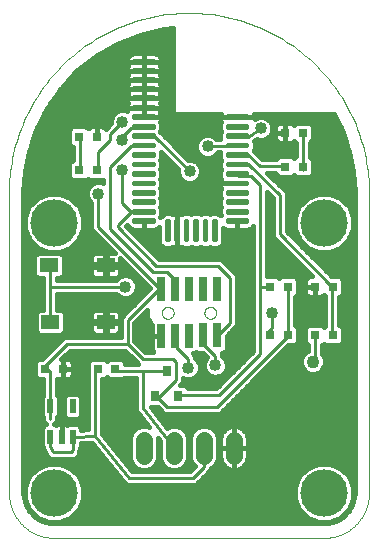
<source format=gtl>
G75*
%MOIN*%
%OFA0B0*%
%FSLAX25Y25*%
%IPPOS*%
%LPD*%
%AMOC8*
5,1,8,0,0,1.08239X$1,22.5*
%
%ADD10R,0.03150X0.03543*%
%ADD11R,0.02500X0.08000*%
%ADD12C,0.00000*%
%ADD13R,0.06102X0.04724*%
%ADD14C,0.01378*%
%ADD15C,0.05543*%
%ADD16C,0.15811*%
%ADD17R,0.02165X0.04724*%
%ADD18R,0.03150X0.03150*%
%ADD19C,0.01600*%
%ADD20OC8,0.04356*%
%ADD21C,0.01000*%
%ADD22C,0.04000*%
%ADD23C,0.04356*%
D10*
X0052715Y0052331D03*
X0060196Y0052331D03*
X0056456Y0060599D03*
D11*
X0054507Y0072341D03*
X0059231Y0072341D03*
X0063956Y0072341D03*
X0068680Y0072538D03*
X0073404Y0072538D03*
X0073404Y0087893D03*
X0068680Y0087893D03*
X0063956Y0087893D03*
X0059231Y0087893D03*
X0054704Y0087893D03*
D12*
X0054900Y0080019D02*
X0054902Y0080107D01*
X0054908Y0080195D01*
X0054918Y0080283D01*
X0054932Y0080371D01*
X0054949Y0080457D01*
X0054971Y0080543D01*
X0054996Y0080627D01*
X0055026Y0080711D01*
X0055058Y0080793D01*
X0055095Y0080873D01*
X0055135Y0080952D01*
X0055179Y0081029D01*
X0055226Y0081104D01*
X0055276Y0081176D01*
X0055330Y0081247D01*
X0055386Y0081314D01*
X0055446Y0081380D01*
X0055508Y0081442D01*
X0055574Y0081502D01*
X0055641Y0081558D01*
X0055712Y0081612D01*
X0055784Y0081662D01*
X0055859Y0081709D01*
X0055936Y0081753D01*
X0056015Y0081793D01*
X0056095Y0081830D01*
X0056177Y0081862D01*
X0056261Y0081892D01*
X0056345Y0081917D01*
X0056431Y0081939D01*
X0056517Y0081956D01*
X0056605Y0081970D01*
X0056693Y0081980D01*
X0056781Y0081986D01*
X0056869Y0081988D01*
X0056957Y0081986D01*
X0057045Y0081980D01*
X0057133Y0081970D01*
X0057221Y0081956D01*
X0057307Y0081939D01*
X0057393Y0081917D01*
X0057477Y0081892D01*
X0057561Y0081862D01*
X0057643Y0081830D01*
X0057723Y0081793D01*
X0057802Y0081753D01*
X0057879Y0081709D01*
X0057954Y0081662D01*
X0058026Y0081612D01*
X0058097Y0081558D01*
X0058164Y0081502D01*
X0058230Y0081442D01*
X0058292Y0081380D01*
X0058352Y0081314D01*
X0058408Y0081247D01*
X0058462Y0081176D01*
X0058512Y0081104D01*
X0058559Y0081029D01*
X0058603Y0080952D01*
X0058643Y0080873D01*
X0058680Y0080793D01*
X0058712Y0080711D01*
X0058742Y0080627D01*
X0058767Y0080543D01*
X0058789Y0080457D01*
X0058806Y0080371D01*
X0058820Y0080283D01*
X0058830Y0080195D01*
X0058836Y0080107D01*
X0058838Y0080019D01*
X0058836Y0079931D01*
X0058830Y0079843D01*
X0058820Y0079755D01*
X0058806Y0079667D01*
X0058789Y0079581D01*
X0058767Y0079495D01*
X0058742Y0079411D01*
X0058712Y0079327D01*
X0058680Y0079245D01*
X0058643Y0079165D01*
X0058603Y0079086D01*
X0058559Y0079009D01*
X0058512Y0078934D01*
X0058462Y0078862D01*
X0058408Y0078791D01*
X0058352Y0078724D01*
X0058292Y0078658D01*
X0058230Y0078596D01*
X0058164Y0078536D01*
X0058097Y0078480D01*
X0058026Y0078426D01*
X0057954Y0078376D01*
X0057879Y0078329D01*
X0057802Y0078285D01*
X0057723Y0078245D01*
X0057643Y0078208D01*
X0057561Y0078176D01*
X0057477Y0078146D01*
X0057393Y0078121D01*
X0057307Y0078099D01*
X0057221Y0078082D01*
X0057133Y0078068D01*
X0057045Y0078058D01*
X0056957Y0078052D01*
X0056869Y0078050D01*
X0056781Y0078052D01*
X0056693Y0078058D01*
X0056605Y0078068D01*
X0056517Y0078082D01*
X0056431Y0078099D01*
X0056345Y0078121D01*
X0056261Y0078146D01*
X0056177Y0078176D01*
X0056095Y0078208D01*
X0056015Y0078245D01*
X0055936Y0078285D01*
X0055859Y0078329D01*
X0055784Y0078376D01*
X0055712Y0078426D01*
X0055641Y0078480D01*
X0055574Y0078536D01*
X0055508Y0078596D01*
X0055446Y0078658D01*
X0055386Y0078724D01*
X0055330Y0078791D01*
X0055276Y0078862D01*
X0055226Y0078934D01*
X0055179Y0079009D01*
X0055135Y0079086D01*
X0055095Y0079165D01*
X0055058Y0079245D01*
X0055026Y0079327D01*
X0054996Y0079411D01*
X0054971Y0079495D01*
X0054949Y0079581D01*
X0054932Y0079667D01*
X0054918Y0079755D01*
X0054908Y0079843D01*
X0054902Y0079931D01*
X0054900Y0080019D01*
X0069073Y0080019D02*
X0069075Y0080107D01*
X0069081Y0080195D01*
X0069091Y0080283D01*
X0069105Y0080371D01*
X0069122Y0080457D01*
X0069144Y0080543D01*
X0069169Y0080627D01*
X0069199Y0080711D01*
X0069231Y0080793D01*
X0069268Y0080873D01*
X0069308Y0080952D01*
X0069352Y0081029D01*
X0069399Y0081104D01*
X0069449Y0081176D01*
X0069503Y0081247D01*
X0069559Y0081314D01*
X0069619Y0081380D01*
X0069681Y0081442D01*
X0069747Y0081502D01*
X0069814Y0081558D01*
X0069885Y0081612D01*
X0069957Y0081662D01*
X0070032Y0081709D01*
X0070109Y0081753D01*
X0070188Y0081793D01*
X0070268Y0081830D01*
X0070350Y0081862D01*
X0070434Y0081892D01*
X0070518Y0081917D01*
X0070604Y0081939D01*
X0070690Y0081956D01*
X0070778Y0081970D01*
X0070866Y0081980D01*
X0070954Y0081986D01*
X0071042Y0081988D01*
X0071130Y0081986D01*
X0071218Y0081980D01*
X0071306Y0081970D01*
X0071394Y0081956D01*
X0071480Y0081939D01*
X0071566Y0081917D01*
X0071650Y0081892D01*
X0071734Y0081862D01*
X0071816Y0081830D01*
X0071896Y0081793D01*
X0071975Y0081753D01*
X0072052Y0081709D01*
X0072127Y0081662D01*
X0072199Y0081612D01*
X0072270Y0081558D01*
X0072337Y0081502D01*
X0072403Y0081442D01*
X0072465Y0081380D01*
X0072525Y0081314D01*
X0072581Y0081247D01*
X0072635Y0081176D01*
X0072685Y0081104D01*
X0072732Y0081029D01*
X0072776Y0080952D01*
X0072816Y0080873D01*
X0072853Y0080793D01*
X0072885Y0080711D01*
X0072915Y0080627D01*
X0072940Y0080543D01*
X0072962Y0080457D01*
X0072979Y0080371D01*
X0072993Y0080283D01*
X0073003Y0080195D01*
X0073009Y0080107D01*
X0073011Y0080019D01*
X0073009Y0079931D01*
X0073003Y0079843D01*
X0072993Y0079755D01*
X0072979Y0079667D01*
X0072962Y0079581D01*
X0072940Y0079495D01*
X0072915Y0079411D01*
X0072885Y0079327D01*
X0072853Y0079245D01*
X0072816Y0079165D01*
X0072776Y0079086D01*
X0072732Y0079009D01*
X0072685Y0078934D01*
X0072635Y0078862D01*
X0072581Y0078791D01*
X0072525Y0078724D01*
X0072465Y0078658D01*
X0072403Y0078596D01*
X0072337Y0078536D01*
X0072270Y0078480D01*
X0072199Y0078426D01*
X0072127Y0078376D01*
X0072052Y0078329D01*
X0071975Y0078285D01*
X0071896Y0078245D01*
X0071816Y0078208D01*
X0071734Y0078176D01*
X0071650Y0078146D01*
X0071566Y0078121D01*
X0071480Y0078099D01*
X0071394Y0078082D01*
X0071306Y0078068D01*
X0071218Y0078058D01*
X0071130Y0078052D01*
X0071042Y0078050D01*
X0070954Y0078052D01*
X0070866Y0078058D01*
X0070778Y0078068D01*
X0070690Y0078082D01*
X0070604Y0078099D01*
X0070518Y0078121D01*
X0070434Y0078146D01*
X0070350Y0078176D01*
X0070268Y0078208D01*
X0070188Y0078245D01*
X0070109Y0078285D01*
X0070032Y0078329D01*
X0069957Y0078376D01*
X0069885Y0078426D01*
X0069814Y0078480D01*
X0069747Y0078536D01*
X0069681Y0078596D01*
X0069619Y0078658D01*
X0069559Y0078724D01*
X0069503Y0078791D01*
X0069449Y0078862D01*
X0069399Y0078934D01*
X0069352Y0079009D01*
X0069308Y0079086D01*
X0069268Y0079165D01*
X0069231Y0079245D01*
X0069199Y0079327D01*
X0069169Y0079411D01*
X0069144Y0079495D01*
X0069122Y0079581D01*
X0069105Y0079667D01*
X0069091Y0079755D01*
X0069081Y0079843D01*
X0069075Y0079931D01*
X0069073Y0080019D01*
X0123956Y0120019D02*
X0123938Y0121480D01*
X0123885Y0122940D01*
X0123796Y0124399D01*
X0123672Y0125855D01*
X0123512Y0127307D01*
X0123317Y0128755D01*
X0123086Y0130198D01*
X0122821Y0131635D01*
X0122521Y0133065D01*
X0122186Y0134487D01*
X0121816Y0135901D01*
X0121412Y0137305D01*
X0120974Y0138699D01*
X0120502Y0140082D01*
X0119997Y0141453D01*
X0119458Y0142811D01*
X0118887Y0144156D01*
X0118283Y0145486D01*
X0117647Y0146802D01*
X0116979Y0148101D01*
X0116279Y0149384D01*
X0115548Y0150649D01*
X0114787Y0151897D01*
X0113996Y0153125D01*
X0113175Y0154334D01*
X0112325Y0155522D01*
X0111446Y0156689D01*
X0110539Y0157835D01*
X0109604Y0158958D01*
X0108642Y0160058D01*
X0107654Y0161134D01*
X0106640Y0162186D01*
X0105600Y0163213D01*
X0104536Y0164214D01*
X0103448Y0165190D01*
X0102336Y0166138D01*
X0101202Y0167059D01*
X0100045Y0167952D01*
X0098868Y0168816D01*
X0097669Y0169652D01*
X0096450Y0170458D01*
X0095212Y0171235D01*
X0093956Y0171981D01*
X0092682Y0172696D01*
X0091391Y0173380D01*
X0090083Y0174032D01*
X0088760Y0174652D01*
X0087422Y0175240D01*
X0086071Y0175795D01*
X0084706Y0176317D01*
X0083329Y0176805D01*
X0081940Y0177260D01*
X0080541Y0177681D01*
X0079132Y0178068D01*
X0077714Y0178420D01*
X0076288Y0178738D01*
X0074854Y0179021D01*
X0073414Y0179269D01*
X0071969Y0179482D01*
X0070518Y0179659D01*
X0069064Y0179801D01*
X0067607Y0179908D01*
X0066147Y0179979D01*
X0064687Y0180015D01*
X0063225Y0180015D01*
X0061765Y0179979D01*
X0060305Y0179908D01*
X0058848Y0179801D01*
X0057394Y0179659D01*
X0055943Y0179482D01*
X0054498Y0179269D01*
X0053058Y0179021D01*
X0051624Y0178738D01*
X0050198Y0178420D01*
X0048780Y0178068D01*
X0047371Y0177681D01*
X0045972Y0177260D01*
X0044583Y0176805D01*
X0043206Y0176317D01*
X0041841Y0175795D01*
X0040490Y0175240D01*
X0039152Y0174652D01*
X0037829Y0174032D01*
X0036521Y0173380D01*
X0035230Y0172696D01*
X0033956Y0171981D01*
X0032700Y0171235D01*
X0031462Y0170458D01*
X0030243Y0169652D01*
X0029044Y0168816D01*
X0027867Y0167952D01*
X0026710Y0167059D01*
X0025576Y0166138D01*
X0024464Y0165190D01*
X0023376Y0164214D01*
X0022312Y0163213D01*
X0021272Y0162186D01*
X0020258Y0161134D01*
X0019270Y0160058D01*
X0018308Y0158958D01*
X0017373Y0157835D01*
X0016466Y0156689D01*
X0015587Y0155522D01*
X0014737Y0154334D01*
X0013916Y0153125D01*
X0013125Y0151897D01*
X0012364Y0150649D01*
X0011633Y0149384D01*
X0010933Y0148101D01*
X0010265Y0146802D01*
X0009629Y0145486D01*
X0009025Y0144156D01*
X0008454Y0142811D01*
X0007915Y0141453D01*
X0007410Y0140082D01*
X0006938Y0138699D01*
X0006500Y0137305D01*
X0006096Y0135901D01*
X0005726Y0134487D01*
X0005391Y0133065D01*
X0005091Y0131635D01*
X0004826Y0130198D01*
X0004595Y0128755D01*
X0004400Y0127307D01*
X0004240Y0125855D01*
X0004116Y0124399D01*
X0004027Y0122940D01*
X0003974Y0121480D01*
X0003956Y0120019D01*
X0003956Y0020019D01*
X0003960Y0019657D01*
X0003974Y0019294D01*
X0003995Y0018932D01*
X0004026Y0018571D01*
X0004065Y0018211D01*
X0004113Y0017852D01*
X0004170Y0017494D01*
X0004235Y0017137D01*
X0004309Y0016782D01*
X0004392Y0016429D01*
X0004483Y0016078D01*
X0004582Y0015730D01*
X0004690Y0015384D01*
X0004806Y0015040D01*
X0004931Y0014700D01*
X0005063Y0014363D01*
X0005204Y0014029D01*
X0005353Y0013698D01*
X0005510Y0013371D01*
X0005674Y0013048D01*
X0005846Y0012729D01*
X0006026Y0012415D01*
X0006214Y0012104D01*
X0006409Y0011799D01*
X0006611Y0011498D01*
X0006821Y0011202D01*
X0007037Y0010912D01*
X0007261Y0010626D01*
X0007491Y0010346D01*
X0007728Y0010072D01*
X0007972Y0009804D01*
X0008222Y0009541D01*
X0008478Y0009285D01*
X0008741Y0009035D01*
X0009009Y0008791D01*
X0009283Y0008554D01*
X0009563Y0008324D01*
X0009849Y0008100D01*
X0010139Y0007884D01*
X0010435Y0007674D01*
X0010736Y0007472D01*
X0011041Y0007277D01*
X0011352Y0007089D01*
X0011666Y0006909D01*
X0011985Y0006737D01*
X0012308Y0006573D01*
X0012635Y0006416D01*
X0012966Y0006267D01*
X0013300Y0006126D01*
X0013637Y0005994D01*
X0013977Y0005869D01*
X0014321Y0005753D01*
X0014667Y0005645D01*
X0015015Y0005546D01*
X0015366Y0005455D01*
X0015719Y0005372D01*
X0016074Y0005298D01*
X0016431Y0005233D01*
X0016789Y0005176D01*
X0017148Y0005128D01*
X0017508Y0005089D01*
X0017869Y0005058D01*
X0018231Y0005037D01*
X0018594Y0005023D01*
X0018956Y0005019D01*
X0108956Y0005019D01*
X0109318Y0005023D01*
X0109681Y0005037D01*
X0110043Y0005058D01*
X0110404Y0005089D01*
X0110764Y0005128D01*
X0111123Y0005176D01*
X0111481Y0005233D01*
X0111838Y0005298D01*
X0112193Y0005372D01*
X0112546Y0005455D01*
X0112897Y0005546D01*
X0113245Y0005645D01*
X0113591Y0005753D01*
X0113935Y0005869D01*
X0114275Y0005994D01*
X0114612Y0006126D01*
X0114946Y0006267D01*
X0115277Y0006416D01*
X0115604Y0006573D01*
X0115927Y0006737D01*
X0116246Y0006909D01*
X0116560Y0007089D01*
X0116871Y0007277D01*
X0117176Y0007472D01*
X0117477Y0007674D01*
X0117773Y0007884D01*
X0118063Y0008100D01*
X0118349Y0008324D01*
X0118629Y0008554D01*
X0118903Y0008791D01*
X0119171Y0009035D01*
X0119434Y0009285D01*
X0119690Y0009541D01*
X0119940Y0009804D01*
X0120184Y0010072D01*
X0120421Y0010346D01*
X0120651Y0010626D01*
X0120875Y0010912D01*
X0121091Y0011202D01*
X0121301Y0011498D01*
X0121503Y0011799D01*
X0121698Y0012104D01*
X0121886Y0012415D01*
X0122066Y0012729D01*
X0122238Y0013048D01*
X0122402Y0013371D01*
X0122559Y0013698D01*
X0122708Y0014029D01*
X0122849Y0014363D01*
X0122981Y0014700D01*
X0123106Y0015040D01*
X0123222Y0015384D01*
X0123330Y0015730D01*
X0123429Y0016078D01*
X0123520Y0016429D01*
X0123603Y0016782D01*
X0123677Y0017137D01*
X0123742Y0017494D01*
X0123799Y0017852D01*
X0123847Y0018211D01*
X0123886Y0018571D01*
X0123917Y0018932D01*
X0123938Y0019294D01*
X0123952Y0019657D01*
X0123956Y0020019D01*
X0123956Y0120019D01*
D13*
X0036180Y0095816D03*
X0036180Y0076918D03*
X0017676Y0076918D03*
X0017282Y0095816D03*
D14*
X0045708Y0110285D02*
X0052204Y0110285D01*
X0045708Y0110285D02*
X0045708Y0110875D01*
X0052204Y0110875D01*
X0052204Y0110285D01*
X0052204Y0113434D02*
X0045708Y0113434D01*
X0045708Y0114024D01*
X0052204Y0114024D01*
X0052204Y0113434D01*
X0052204Y0116584D02*
X0045708Y0116584D01*
X0045708Y0117174D01*
X0052204Y0117174D01*
X0052204Y0116584D01*
X0052204Y0119733D02*
X0045708Y0119733D01*
X0045708Y0120323D01*
X0052204Y0120323D01*
X0052204Y0119733D01*
X0052204Y0122883D02*
X0045708Y0122883D01*
X0045708Y0123473D01*
X0052204Y0123473D01*
X0052204Y0122883D01*
X0052204Y0126033D02*
X0045708Y0126033D01*
X0045708Y0126623D01*
X0052204Y0126623D01*
X0052204Y0126033D01*
X0052204Y0129182D02*
X0045708Y0129182D01*
X0045708Y0129772D01*
X0052204Y0129772D01*
X0052204Y0129182D01*
X0052204Y0132332D02*
X0045708Y0132332D01*
X0045708Y0132922D01*
X0052204Y0132922D01*
X0052204Y0132332D01*
X0052204Y0135481D02*
X0045708Y0135481D01*
X0045708Y0136071D01*
X0052204Y0136071D01*
X0052204Y0135481D01*
X0052204Y0138631D02*
X0045708Y0138631D01*
X0045708Y0139221D01*
X0052204Y0139221D01*
X0052204Y0138631D01*
X0052204Y0141781D02*
X0045708Y0141781D01*
X0045708Y0142371D01*
X0052204Y0142371D01*
X0052204Y0141781D01*
X0052204Y0144930D02*
X0045708Y0144930D01*
X0045708Y0145520D01*
X0052204Y0145520D01*
X0052204Y0144930D01*
X0052204Y0148080D02*
X0045708Y0148080D01*
X0045708Y0148670D01*
X0052204Y0148670D01*
X0052204Y0148080D01*
X0052204Y0151229D02*
X0045708Y0151229D01*
X0045708Y0151819D01*
X0052204Y0151819D01*
X0052204Y0151229D01*
X0052204Y0154379D02*
X0045708Y0154379D01*
X0045708Y0154969D01*
X0052204Y0154969D01*
X0052204Y0154379D01*
X0052204Y0157411D02*
X0045708Y0157411D01*
X0045708Y0158001D01*
X0052204Y0158001D01*
X0052204Y0157411D01*
X0052204Y0160442D02*
X0045708Y0160442D01*
X0045708Y0161032D01*
X0052204Y0161032D01*
X0052204Y0160442D01*
X0052204Y0163474D02*
X0045708Y0163474D01*
X0045708Y0164064D01*
X0052204Y0164064D01*
X0052204Y0163474D01*
X0076810Y0144930D02*
X0083306Y0144930D01*
X0076810Y0144930D02*
X0076810Y0145520D01*
X0083306Y0145520D01*
X0083306Y0144930D01*
X0083306Y0141781D02*
X0076810Y0141781D01*
X0076810Y0142371D01*
X0083306Y0142371D01*
X0083306Y0141781D01*
X0083306Y0138631D02*
X0076810Y0138631D01*
X0076810Y0139221D01*
X0083306Y0139221D01*
X0083306Y0138631D01*
X0083306Y0135481D02*
X0076810Y0135481D01*
X0076810Y0136071D01*
X0083306Y0136071D01*
X0083306Y0135481D01*
X0083306Y0132332D02*
X0076810Y0132332D01*
X0076810Y0132922D01*
X0083306Y0132922D01*
X0083306Y0132332D01*
X0083306Y0129182D02*
X0076810Y0129182D01*
X0076810Y0129772D01*
X0083306Y0129772D01*
X0083306Y0129182D01*
X0083306Y0126033D02*
X0076810Y0126033D01*
X0076810Y0126623D01*
X0083306Y0126623D01*
X0083306Y0126033D01*
X0083306Y0122883D02*
X0076810Y0122883D01*
X0076810Y0123473D01*
X0083306Y0123473D01*
X0083306Y0122883D01*
X0083306Y0119733D02*
X0076810Y0119733D01*
X0076810Y0120323D01*
X0083306Y0120323D01*
X0083306Y0119733D01*
X0083306Y0116584D02*
X0076810Y0116584D01*
X0076810Y0117174D01*
X0083306Y0117174D01*
X0083306Y0116584D01*
X0083306Y0113434D02*
X0076810Y0113434D01*
X0076810Y0114024D01*
X0083306Y0114024D01*
X0083306Y0113434D01*
X0083306Y0110285D02*
X0076810Y0110285D01*
X0076810Y0110875D01*
X0083306Y0110875D01*
X0083306Y0110285D01*
X0072873Y0110678D02*
X0072873Y0104182D01*
X0072283Y0104182D01*
X0072283Y0110678D01*
X0072873Y0110678D01*
X0072873Y0105559D02*
X0072283Y0105559D01*
X0072283Y0106936D02*
X0072873Y0106936D01*
X0072873Y0108313D02*
X0072283Y0108313D01*
X0072283Y0109690D02*
X0072873Y0109690D01*
X0069723Y0110678D02*
X0069723Y0104182D01*
X0069133Y0104182D01*
X0069133Y0110678D01*
X0069723Y0110678D01*
X0069723Y0105559D02*
X0069133Y0105559D01*
X0069133Y0106936D02*
X0069723Y0106936D01*
X0069723Y0108313D02*
X0069133Y0108313D01*
X0069133Y0109690D02*
X0069723Y0109690D01*
X0066573Y0110678D02*
X0066573Y0104182D01*
X0065983Y0104182D01*
X0065983Y0110678D01*
X0066573Y0110678D01*
X0066573Y0105559D02*
X0065983Y0105559D01*
X0065983Y0106936D02*
X0066573Y0106936D01*
X0066573Y0108313D02*
X0065983Y0108313D01*
X0065983Y0109690D02*
X0066573Y0109690D01*
X0063424Y0110678D02*
X0063424Y0104182D01*
X0062834Y0104182D01*
X0062834Y0110678D01*
X0063424Y0110678D01*
X0063424Y0105559D02*
X0062834Y0105559D01*
X0062834Y0106936D02*
X0063424Y0106936D01*
X0063424Y0108313D02*
X0062834Y0108313D01*
X0062834Y0109690D02*
X0063424Y0109690D01*
X0060274Y0110678D02*
X0060274Y0104182D01*
X0059684Y0104182D01*
X0059684Y0110678D01*
X0060274Y0110678D01*
X0060274Y0105559D02*
X0059684Y0105559D01*
X0059684Y0106936D02*
X0060274Y0106936D01*
X0060274Y0108313D02*
X0059684Y0108313D01*
X0059684Y0109690D02*
X0060274Y0109690D01*
X0057125Y0110678D02*
X0057125Y0104182D01*
X0056535Y0104182D01*
X0056535Y0110678D01*
X0057125Y0110678D01*
X0057125Y0105559D02*
X0056535Y0105559D01*
X0056535Y0106936D02*
X0057125Y0106936D01*
X0057125Y0108313D02*
X0056535Y0108313D01*
X0056535Y0109690D02*
X0057125Y0109690D01*
D15*
X0058956Y0037790D02*
X0058956Y0032247D01*
X0048956Y0032247D02*
X0048956Y0037790D01*
X0068956Y0037790D02*
X0068956Y0032247D01*
X0078956Y0032247D02*
X0078956Y0037790D01*
D16*
X0108956Y0020019D03*
X0108956Y0110019D03*
X0018956Y0110019D03*
X0018956Y0020019D03*
D17*
X0017715Y0038650D03*
X0021456Y0038650D03*
X0025196Y0038650D03*
X0025196Y0048887D03*
X0017715Y0048887D03*
D18*
X0016003Y0061269D03*
X0021908Y0061269D03*
X0033503Y0061269D03*
X0039408Y0061269D03*
X0033158Y0127519D03*
X0027253Y0127519D03*
X0027253Y0138769D03*
X0033158Y0138769D03*
X0091003Y0088769D03*
X0096908Y0088769D03*
X0106003Y0088769D03*
X0111908Y0088769D03*
X0111908Y0072519D03*
X0106003Y0072519D03*
X0096908Y0072519D03*
X0091003Y0072519D03*
X0096003Y0128769D03*
X0101908Y0128769D03*
X0101908Y0140019D03*
X0096003Y0140019D03*
D19*
X0010863Y0013809D02*
X0012746Y0011926D01*
X0015052Y0010595D01*
X0017624Y0009906D01*
X0018955Y0009818D01*
X0108956Y0009818D01*
X0110287Y0009906D01*
X0112859Y0010595D01*
X0115165Y0011926D01*
X0117048Y0013809D01*
X0118379Y0016115D01*
X0119068Y0018687D01*
X0119156Y0020018D01*
X0119156Y0120019D01*
X0119001Y0124144D01*
X0117772Y0132302D01*
X0115340Y0140185D01*
X0112344Y0146406D01*
X0085633Y0146406D01*
X0085699Y0146246D01*
X0085795Y0145766D01*
X0085795Y0145225D01*
X0080058Y0145225D01*
X0080058Y0145225D01*
X0085795Y0145225D01*
X0085795Y0144732D01*
X0085803Y0144740D01*
X0087200Y0145318D01*
X0088711Y0145318D01*
X0090108Y0144740D01*
X0091177Y0143671D01*
X0091755Y0142274D01*
X0091755Y0140763D01*
X0091177Y0139366D01*
X0090108Y0138297D01*
X0088711Y0137719D01*
X0087200Y0137719D01*
X0086574Y0137978D01*
X0085519Y0137233D01*
X0085795Y0136567D01*
X0085795Y0134986D01*
X0085486Y0134241D01*
X0086005Y0133721D01*
X0088408Y0131318D01*
X0092858Y0131318D01*
X0093682Y0132143D01*
X0098323Y0132143D01*
X0098955Y0131511D01*
X0099588Y0132143D01*
X0099656Y0132143D01*
X0099656Y0136644D01*
X0099588Y0136644D01*
X0098956Y0137276D01*
X0098683Y0137003D01*
X0098272Y0136766D01*
X0097815Y0136644D01*
X0096003Y0136644D01*
X0096003Y0140018D01*
X0096003Y0140018D01*
X0096003Y0136644D01*
X0094191Y0136644D01*
X0093733Y0136766D01*
X0093323Y0137003D01*
X0092988Y0137338D01*
X0092751Y0137749D01*
X0092628Y0138207D01*
X0092628Y0140018D01*
X0096003Y0140018D01*
X0096003Y0140019D01*
X0096003Y0140019D01*
X0096003Y0143393D01*
X0097815Y0143393D01*
X0098272Y0143271D01*
X0098683Y0143034D01*
X0098956Y0142761D01*
X0099588Y0143393D01*
X0104229Y0143393D01*
X0105283Y0142339D01*
X0105283Y0137698D01*
X0104255Y0136671D01*
X0104255Y0132116D01*
X0105283Y0131089D01*
X0105283Y0126448D01*
X0104229Y0125394D01*
X0099588Y0125394D01*
X0098955Y0126026D01*
X0098323Y0125394D01*
X0093682Y0125394D01*
X0092628Y0126448D01*
X0092628Y0126719D01*
X0090008Y0126719D01*
X0095158Y0121568D01*
X0096505Y0120221D01*
X0096505Y0107221D01*
X0111583Y0092143D01*
X0114229Y0092143D01*
X0115283Y0091089D01*
X0115283Y0086448D01*
X0114229Y0085394D01*
X0114005Y0085394D01*
X0114005Y0075893D01*
X0114229Y0075893D01*
X0115283Y0074839D01*
X0115283Y0070198D01*
X0114229Y0069144D01*
X0109588Y0069144D01*
X0108956Y0069776D01*
X0108323Y0069144D01*
X0108303Y0069144D01*
X0108303Y0066297D01*
X0108578Y0066022D01*
X0109183Y0064560D01*
X0109183Y0062977D01*
X0108578Y0061515D01*
X0107459Y0060396D01*
X0105997Y0059791D01*
X0104414Y0059791D01*
X0102952Y0060396D01*
X0101833Y0061515D01*
X0101228Y0062977D01*
X0101228Y0064560D01*
X0101833Y0066022D01*
X0102952Y0067141D01*
X0103703Y0067452D01*
X0103703Y0069144D01*
X0103682Y0069144D01*
X0102628Y0070198D01*
X0102628Y0074839D01*
X0103682Y0075893D01*
X0108323Y0075893D01*
X0108956Y0075261D01*
X0109406Y0075711D01*
X0109406Y0085576D01*
X0108955Y0086026D01*
X0108683Y0085753D01*
X0108272Y0085516D01*
X0107815Y0085394D01*
X0106003Y0085394D01*
X0106003Y0088768D01*
X0106003Y0088768D01*
X0106003Y0085394D01*
X0104191Y0085394D01*
X0103733Y0085516D01*
X0103323Y0085753D01*
X0102988Y0086088D01*
X0102751Y0086499D01*
X0102628Y0086957D01*
X0102628Y0088768D01*
X0106003Y0088768D01*
X0106003Y0088769D01*
X0102628Y0088769D01*
X0102628Y0090580D01*
X0102751Y0091038D01*
X0102988Y0091449D01*
X0103323Y0091784D01*
X0103733Y0092021D01*
X0104191Y0092143D01*
X0105078Y0092143D01*
X0091906Y0105316D01*
X0091906Y0118316D01*
X0090005Y0120216D01*
X0090005Y0092143D01*
X0093323Y0092143D01*
X0093955Y0091511D01*
X0094588Y0092143D01*
X0099229Y0092143D01*
X0100283Y0091089D01*
X0100283Y0086448D01*
X0099229Y0085394D01*
X0099208Y0085394D01*
X0099208Y0075893D01*
X0099229Y0075893D01*
X0100283Y0074839D01*
X0100283Y0070198D01*
X0099229Y0069144D01*
X0096833Y0069144D01*
X0074158Y0046469D01*
X0055753Y0046469D01*
X0054406Y0047816D01*
X0053461Y0048760D01*
X0051233Y0048760D01*
X0056635Y0041777D01*
X0058046Y0042362D01*
X0059865Y0042362D01*
X0061545Y0041666D01*
X0062831Y0040380D01*
X0063527Y0038700D01*
X0063527Y0031337D01*
X0062831Y0029657D01*
X0061545Y0028371D01*
X0059865Y0027675D01*
X0058046Y0027675D01*
X0056366Y0028371D01*
X0055080Y0029657D01*
X0054384Y0031337D01*
X0054384Y0037169D01*
X0053527Y0038277D01*
X0053527Y0031337D01*
X0052831Y0029657D01*
X0051545Y0028371D01*
X0049865Y0027675D01*
X0048046Y0027675D01*
X0046366Y0028371D01*
X0045080Y0029657D01*
X0044384Y0031337D01*
X0044384Y0038700D01*
X0045080Y0040380D01*
X0046366Y0041666D01*
X0048046Y0042362D01*
X0049865Y0042362D01*
X0050604Y0042056D01*
X0046976Y0046746D01*
X0046406Y0047316D01*
X0046406Y0047483D01*
X0046303Y0047615D01*
X0046406Y0048415D01*
X0046406Y0058469D01*
X0042303Y0058469D01*
X0041729Y0057894D01*
X0037088Y0057894D01*
X0036456Y0058526D01*
X0035823Y0057894D01*
X0035005Y0057894D01*
X0035005Y0039709D01*
X0045052Y0027318D01*
X0064253Y0027318D01*
X0065836Y0028901D01*
X0065080Y0029657D01*
X0064384Y0031337D01*
X0064384Y0038700D01*
X0065080Y0040380D01*
X0066366Y0041666D01*
X0068046Y0042362D01*
X0069865Y0042362D01*
X0071545Y0041666D01*
X0072831Y0040380D01*
X0073527Y0038700D01*
X0073527Y0031337D01*
X0072831Y0029657D01*
X0071545Y0028371D01*
X0071255Y0028251D01*
X0071255Y0027816D01*
X0069908Y0026469D01*
X0067505Y0024066D01*
X0066158Y0022719D01*
X0044771Y0022719D01*
X0044664Y0022632D01*
X0043836Y0022719D01*
X0043003Y0022719D01*
X0042906Y0022816D01*
X0042769Y0022830D01*
X0042244Y0023477D01*
X0041656Y0024066D01*
X0041656Y0024203D01*
X0031625Y0036574D01*
X0028078Y0036511D01*
X0028078Y0035543D01*
X0027534Y0034998D01*
X0027506Y0034831D01*
X0027508Y0034072D01*
X0027354Y0033917D01*
X0027255Y0033328D01*
X0027255Y0032566D01*
X0027103Y0032413D01*
X0027068Y0032201D01*
X0026447Y0031758D01*
X0025908Y0031219D01*
X0025693Y0031219D01*
X0025517Y0031093D01*
X0024765Y0031219D01*
X0018944Y0031219D01*
X0018519Y0031030D01*
X0018028Y0031219D01*
X0017503Y0031219D01*
X0017174Y0031547D01*
X0016741Y0031714D01*
X0016527Y0032194D01*
X0016156Y0032566D01*
X0016156Y0033030D01*
X0015527Y0034444D01*
X0015156Y0034816D01*
X0015156Y0035220D01*
X0014833Y0035543D01*
X0014833Y0041758D01*
X0015887Y0042813D01*
X0016407Y0042813D01*
X0016076Y0043145D01*
X0015406Y0043816D01*
X0015406Y0043819D01*
X0015403Y0043821D01*
X0015406Y0044773D01*
X0015406Y0045206D01*
X0014833Y0045779D01*
X0014833Y0051994D01*
X0015406Y0052567D01*
X0015406Y0057894D01*
X0013682Y0057894D01*
X0012628Y0058948D01*
X0012628Y0063589D01*
X0013682Y0064643D01*
X0014828Y0064643D01*
X0020906Y0070721D01*
X0022253Y0072068D01*
X0041156Y0072068D01*
X0041156Y0078471D01*
X0042503Y0079818D01*
X0050953Y0088268D01*
X0041031Y0098190D01*
X0041031Y0096197D01*
X0036561Y0096197D01*
X0035799Y0096197D01*
X0035799Y0099978D01*
X0032892Y0099978D01*
X0032434Y0099855D01*
X0032024Y0099618D01*
X0031688Y0099283D01*
X0031451Y0098873D01*
X0031329Y0098415D01*
X0031329Y0096197D01*
X0035799Y0096197D01*
X0035799Y0095435D01*
X0031329Y0095435D01*
X0031329Y0093217D01*
X0031451Y0092759D01*
X0031688Y0092348D01*
X0032024Y0092013D01*
X0032434Y0091776D01*
X0032892Y0091654D01*
X0035799Y0091654D01*
X0035799Y0095435D01*
X0036561Y0095435D01*
X0036561Y0096197D01*
X0036561Y0099978D01*
X0039243Y0099978D01*
X0031406Y0107816D01*
X0031406Y0116694D01*
X0030484Y0117616D01*
X0029906Y0119013D01*
X0029906Y0120524D01*
X0030484Y0121921D01*
X0031553Y0122990D01*
X0032950Y0123568D01*
X0034461Y0123568D01*
X0035406Y0123177D01*
X0035406Y0124144D01*
X0030838Y0124144D01*
X0030206Y0124776D01*
X0029573Y0124144D01*
X0024932Y0124144D01*
X0023878Y0125198D01*
X0023878Y0129839D01*
X0024932Y0130893D01*
X0025406Y0130893D01*
X0025406Y0135394D01*
X0024932Y0135394D01*
X0023878Y0136448D01*
X0023878Y0141089D01*
X0024932Y0142143D01*
X0029573Y0142143D01*
X0030205Y0141511D01*
X0030478Y0141784D01*
X0030889Y0142021D01*
X0031346Y0142143D01*
X0033158Y0142143D01*
X0033158Y0138769D01*
X0033158Y0138769D01*
X0033158Y0142143D01*
X0034970Y0142143D01*
X0035428Y0142021D01*
X0035838Y0141784D01*
X0036153Y0141469D01*
X0037906Y0143221D01*
X0037906Y0144524D01*
X0038484Y0145921D01*
X0039553Y0146990D01*
X0040950Y0147568D01*
X0042461Y0147568D01*
X0043383Y0147187D01*
X0043314Y0147354D01*
X0043219Y0147834D01*
X0043219Y0148375D01*
X0048955Y0148375D01*
X0048955Y0148375D01*
X0048955Y0151159D01*
X0048955Y0151524D01*
X0043219Y0151524D01*
X0043219Y0150984D01*
X0043314Y0150503D01*
X0043502Y0150050D01*
X0043569Y0149950D01*
X0043502Y0149849D01*
X0043314Y0149396D01*
X0043219Y0148915D01*
X0043219Y0148375D01*
X0048955Y0148375D01*
X0048956Y0148375D01*
X0054693Y0148375D01*
X0054693Y0148915D01*
X0054597Y0149396D01*
X0054409Y0149849D01*
X0054342Y0149950D01*
X0054409Y0150050D01*
X0054597Y0150503D01*
X0054693Y0150984D01*
X0054692Y0151524D01*
X0048956Y0151524D01*
X0048956Y0151524D01*
X0048956Y0148375D01*
X0048956Y0148375D01*
X0054692Y0148375D01*
X0054693Y0147834D01*
X0054597Y0147354D01*
X0054409Y0146901D01*
X0054342Y0146800D01*
X0054409Y0146699D01*
X0054597Y0146246D01*
X0054693Y0145766D01*
X0054693Y0145225D01*
X0054692Y0145225D02*
X0048956Y0145225D01*
X0048956Y0145225D01*
X0054693Y0145225D01*
X0054692Y0145225D02*
X0054693Y0144685D01*
X0054597Y0144204D01*
X0054409Y0143751D01*
X0054358Y0143674D01*
X0054693Y0142866D01*
X0054693Y0141285D01*
X0054368Y0140501D01*
X0054468Y0140259D01*
X0063658Y0131068D01*
X0064961Y0131068D01*
X0066358Y0130490D01*
X0067427Y0129421D01*
X0068005Y0128024D01*
X0068005Y0126513D01*
X0067427Y0125116D01*
X0066358Y0124047D01*
X0064961Y0123469D01*
X0063450Y0123469D01*
X0062053Y0124047D01*
X0060984Y0125116D01*
X0060406Y0126513D01*
X0060406Y0127816D01*
X0054614Y0133608D01*
X0054693Y0133417D01*
X0054693Y0131836D01*
X0054368Y0131052D01*
X0054693Y0130268D01*
X0054693Y0128687D01*
X0054368Y0127902D01*
X0054693Y0127118D01*
X0054693Y0125537D01*
X0054368Y0124753D01*
X0054693Y0123968D01*
X0054693Y0122388D01*
X0054368Y0121603D01*
X0054693Y0120819D01*
X0054693Y0119238D01*
X0054368Y0118454D01*
X0054693Y0117669D01*
X0054693Y0116088D01*
X0054368Y0115304D01*
X0054693Y0114520D01*
X0054693Y0112939D01*
X0054358Y0112131D01*
X0054409Y0112054D01*
X0054410Y0112053D01*
X0054424Y0112088D01*
X0055124Y0112788D01*
X0056039Y0113167D01*
X0057620Y0113167D01*
X0058428Y0112832D01*
X0058505Y0112884D01*
X0058958Y0113071D01*
X0059439Y0113167D01*
X0059979Y0113167D01*
X0059979Y0107430D01*
X0059979Y0107430D01*
X0059979Y0113167D01*
X0060520Y0113167D01*
X0061000Y0113071D01*
X0061453Y0112884D01*
X0061530Y0112832D01*
X0062338Y0113167D01*
X0063919Y0113167D01*
X0064704Y0112842D01*
X0065488Y0113167D01*
X0067069Y0113167D01*
X0067853Y0112842D01*
X0068638Y0113167D01*
X0070218Y0113167D01*
X0071003Y0112842D01*
X0071787Y0113167D01*
X0073368Y0113167D01*
X0074283Y0112788D01*
X0074454Y0112616D01*
X0074321Y0112939D01*
X0074321Y0114520D01*
X0074646Y0115304D01*
X0074321Y0116088D01*
X0074321Y0117669D01*
X0074646Y0118454D01*
X0074321Y0119238D01*
X0074321Y0120819D01*
X0074656Y0121627D01*
X0074604Y0121704D01*
X0074417Y0122157D01*
X0074321Y0122638D01*
X0074321Y0123178D01*
X0080058Y0123178D01*
X0080058Y0123178D01*
X0074321Y0123178D01*
X0074321Y0123718D01*
X0074417Y0124199D01*
X0074604Y0124652D01*
X0074656Y0124729D01*
X0074321Y0125537D01*
X0074321Y0127118D01*
X0074646Y0127902D01*
X0074321Y0128687D01*
X0074321Y0130268D01*
X0074646Y0131052D01*
X0074321Y0131836D01*
X0074321Y0133417D01*
X0074345Y0133476D01*
X0073473Y0133476D01*
X0073427Y0133366D01*
X0072358Y0132297D01*
X0070961Y0131719D01*
X0069450Y0131719D01*
X0068053Y0132297D01*
X0066984Y0133366D01*
X0066406Y0134763D01*
X0066406Y0136274D01*
X0066984Y0137671D01*
X0068053Y0138740D01*
X0069450Y0139318D01*
X0070961Y0139318D01*
X0072358Y0138740D01*
X0073022Y0138076D01*
X0074345Y0138076D01*
X0074321Y0138136D01*
X0074321Y0139716D01*
X0074646Y0140501D01*
X0074321Y0141285D01*
X0074321Y0142866D01*
X0074656Y0143674D01*
X0074604Y0143751D01*
X0074417Y0144204D01*
X0074321Y0144685D01*
X0074321Y0145225D01*
X0080058Y0145225D01*
X0080058Y0145225D01*
X0074321Y0145225D01*
X0074321Y0145766D01*
X0074417Y0146246D01*
X0074483Y0146406D01*
X0058700Y0146406D01*
X0058700Y0174825D01*
X0055728Y0174602D01*
X0047685Y0172766D01*
X0040005Y0169752D01*
X0032860Y0165627D01*
X0026410Y0160483D01*
X0020798Y0154435D01*
X0016151Y0147619D01*
X0012571Y0140185D01*
X0010139Y0132302D01*
X0008910Y0124144D01*
X0008755Y0120019D01*
X0008755Y0020018D01*
X0008843Y0018687D01*
X0009532Y0016115D01*
X0010863Y0013809D01*
X0010720Y0014057D02*
X0011192Y0014057D01*
X0010728Y0014521D02*
X0013458Y0011791D01*
X0017025Y0010313D01*
X0020886Y0010313D01*
X0024453Y0011791D01*
X0027183Y0014521D01*
X0028661Y0018088D01*
X0028661Y0021949D01*
X0027183Y0025516D01*
X0024453Y0028246D01*
X0020886Y0029724D01*
X0017025Y0029724D01*
X0013458Y0028246D01*
X0010728Y0025516D01*
X0009250Y0021949D01*
X0009250Y0018088D01*
X0010728Y0014521D01*
X0010258Y0015655D02*
X0009798Y0015655D01*
X0009596Y0017254D02*
X0009227Y0017254D01*
X0009250Y0018852D02*
X0008832Y0018852D01*
X0008755Y0020451D02*
X0009250Y0020451D01*
X0009291Y0022049D02*
X0008755Y0022049D01*
X0008755Y0023648D02*
X0009954Y0023648D01*
X0010616Y0025246D02*
X0008755Y0025246D01*
X0008755Y0026845D02*
X0012056Y0026845D01*
X0013933Y0028443D02*
X0008755Y0028443D01*
X0008755Y0030042D02*
X0036922Y0030042D01*
X0038218Y0028443D02*
X0023978Y0028443D01*
X0025855Y0026845D02*
X0039514Y0026845D01*
X0040810Y0025246D02*
X0027295Y0025246D01*
X0027957Y0023648D02*
X0042074Y0023648D01*
X0044140Y0028443D02*
X0046294Y0028443D01*
X0044921Y0030042D02*
X0042844Y0030042D01*
X0041548Y0031640D02*
X0044384Y0031640D01*
X0044384Y0033239D02*
X0040251Y0033239D01*
X0038955Y0034837D02*
X0044384Y0034837D01*
X0044384Y0036436D02*
X0037659Y0036436D01*
X0036363Y0038034D02*
X0044384Y0038034D01*
X0044770Y0039633D02*
X0035067Y0039633D01*
X0035005Y0041231D02*
X0045931Y0041231D01*
X0048768Y0044428D02*
X0035005Y0044428D01*
X0035005Y0042830D02*
X0050005Y0042830D01*
X0047532Y0046027D02*
X0035005Y0046027D01*
X0035005Y0047625D02*
X0046305Y0047625D01*
X0046406Y0049224D02*
X0035005Y0049224D01*
X0035005Y0050822D02*
X0046406Y0050822D01*
X0046406Y0052421D02*
X0035005Y0052421D01*
X0035005Y0054019D02*
X0046406Y0054019D01*
X0046406Y0055618D02*
X0035005Y0055618D01*
X0035005Y0057216D02*
X0046406Y0057216D01*
X0046903Y0063068D02*
X0042783Y0063068D01*
X0042783Y0063589D01*
X0041729Y0064643D01*
X0037088Y0064643D01*
X0036456Y0064011D01*
X0035823Y0064643D01*
X0031182Y0064643D01*
X0030128Y0063589D01*
X0030128Y0058948D01*
X0030406Y0058671D01*
X0030406Y0041153D01*
X0028078Y0041111D01*
X0028078Y0041758D01*
X0027024Y0042813D01*
X0023367Y0042813D01*
X0023240Y0042686D01*
X0023233Y0042690D01*
X0022775Y0042813D01*
X0021456Y0042813D01*
X0021456Y0038651D01*
X0021455Y0038651D01*
X0021455Y0042813D01*
X0020136Y0042813D01*
X0019678Y0042690D01*
X0019671Y0042686D01*
X0019544Y0042813D01*
X0019002Y0042813D01*
X0019329Y0043139D01*
X0020003Y0043810D01*
X0020003Y0043814D01*
X0020005Y0043816D01*
X0020005Y0044767D01*
X0020006Y0045187D01*
X0020598Y0045779D01*
X0020598Y0051994D01*
X0020005Y0052587D01*
X0020005Y0057918D01*
X0020096Y0057894D01*
X0021908Y0057894D01*
X0021908Y0061268D01*
X0021908Y0061268D01*
X0021908Y0057894D01*
X0023720Y0057894D01*
X0024178Y0058016D01*
X0024588Y0058253D01*
X0024923Y0058588D01*
X0025160Y0058999D01*
X0025283Y0059457D01*
X0025283Y0061268D01*
X0021908Y0061268D01*
X0021908Y0061269D01*
X0021908Y0064643D01*
X0021333Y0064643D01*
X0024158Y0067469D01*
X0042503Y0067469D01*
X0046156Y0063816D01*
X0046903Y0063068D01*
X0046361Y0063610D02*
X0042762Y0063610D01*
X0044762Y0065209D02*
X0021899Y0065209D01*
X0021908Y0064643D02*
X0021908Y0061269D01*
X0021908Y0061269D01*
X0025283Y0061269D01*
X0025283Y0063080D01*
X0025160Y0063538D01*
X0024923Y0063949D01*
X0024588Y0064284D01*
X0024178Y0064521D01*
X0023720Y0064643D01*
X0021908Y0064643D01*
X0021908Y0063610D02*
X0021908Y0063610D01*
X0021908Y0062012D02*
X0021908Y0062012D01*
X0021908Y0060413D02*
X0021908Y0060413D01*
X0021908Y0058815D02*
X0021908Y0058815D01*
X0020005Y0057216D02*
X0030406Y0057216D01*
X0030406Y0055618D02*
X0020005Y0055618D01*
X0020005Y0054019D02*
X0030406Y0054019D01*
X0030406Y0052421D02*
X0027652Y0052421D01*
X0028078Y0051994D02*
X0027024Y0053049D01*
X0023367Y0053049D01*
X0022313Y0051994D01*
X0022313Y0045779D01*
X0023367Y0044724D01*
X0027024Y0044724D01*
X0028078Y0045779D01*
X0028078Y0051994D01*
X0028078Y0050822D02*
X0030406Y0050822D01*
X0030406Y0049224D02*
X0028078Y0049224D01*
X0028078Y0047625D02*
X0030406Y0047625D01*
X0030406Y0046027D02*
X0028078Y0046027D01*
X0030406Y0044428D02*
X0020005Y0044428D01*
X0020598Y0046027D02*
X0022313Y0046027D01*
X0022313Y0047625D02*
X0020598Y0047625D01*
X0020598Y0049224D02*
X0022313Y0049224D01*
X0022313Y0050822D02*
X0020598Y0050822D01*
X0020172Y0052421D02*
X0022739Y0052421D01*
X0025054Y0058815D02*
X0030261Y0058815D01*
X0030128Y0060413D02*
X0025283Y0060413D01*
X0025283Y0062012D02*
X0030128Y0062012D01*
X0030150Y0063610D02*
X0025119Y0063610D01*
X0023497Y0066807D02*
X0043164Y0066807D01*
X0045755Y0070721D02*
X0045755Y0076566D01*
X0050100Y0080911D01*
X0050100Y0078672D01*
X0051131Y0076184D01*
X0051457Y0075859D01*
X0051457Y0072341D01*
X0051457Y0068104D01*
X0051579Y0067647D01*
X0051816Y0067236D01*
X0051984Y0067068D01*
X0049408Y0067068D01*
X0045755Y0070721D01*
X0045755Y0070721D01*
X0045755Y0071603D02*
X0051457Y0071603D01*
X0051457Y0072341D02*
X0054507Y0072341D01*
X0054507Y0072341D01*
X0051457Y0072341D01*
X0051457Y0073202D02*
X0045755Y0073202D01*
X0045755Y0074800D02*
X0051457Y0074800D01*
X0051042Y0076399D02*
X0045755Y0076399D01*
X0047187Y0077997D02*
X0050380Y0077997D01*
X0050100Y0079596D02*
X0048785Y0079596D01*
X0047075Y0084391D02*
X0020005Y0084391D01*
X0020005Y0082793D02*
X0045477Y0082793D01*
X0043878Y0081194D02*
X0020005Y0081194D01*
X0020005Y0081080D02*
X0020005Y0086469D01*
X0039632Y0086469D01*
X0040553Y0085547D01*
X0041950Y0084969D01*
X0043461Y0084969D01*
X0044858Y0085547D01*
X0045927Y0086616D01*
X0046505Y0088013D01*
X0046505Y0089524D01*
X0045927Y0090921D01*
X0044858Y0091990D01*
X0043461Y0092568D01*
X0041950Y0092568D01*
X0040553Y0091990D01*
X0039632Y0091068D01*
X0020005Y0091068D01*
X0020005Y0091654D01*
X0021079Y0091654D01*
X0022133Y0092708D01*
X0022133Y0098924D01*
X0021079Y0099978D01*
X0013486Y0099978D01*
X0012431Y0098924D01*
X0012431Y0092708D01*
X0013486Y0091654D01*
X0015406Y0091654D01*
X0015406Y0081080D01*
X0013879Y0081080D01*
X0012825Y0080026D01*
X0012825Y0073810D01*
X0013879Y0072756D01*
X0021473Y0072756D01*
X0022527Y0073810D01*
X0022527Y0080026D01*
X0021473Y0081080D01*
X0020005Y0081080D01*
X0022527Y0079596D02*
X0031350Y0079596D01*
X0031329Y0079517D02*
X0031329Y0077299D01*
X0035799Y0077299D01*
X0035799Y0076537D01*
X0036561Y0076537D01*
X0036561Y0072756D01*
X0039468Y0072756D01*
X0039926Y0072879D01*
X0040336Y0073116D01*
X0040671Y0073451D01*
X0040908Y0073861D01*
X0041031Y0074319D01*
X0041031Y0076537D01*
X0036561Y0076537D01*
X0036561Y0077299D01*
X0041031Y0077299D01*
X0041031Y0079517D01*
X0040908Y0079975D01*
X0040671Y0080386D01*
X0040336Y0080721D01*
X0039926Y0080958D01*
X0039468Y0081080D01*
X0036561Y0081080D01*
X0036561Y0077299D01*
X0035799Y0077299D01*
X0035799Y0081080D01*
X0032892Y0081080D01*
X0032434Y0080958D01*
X0032024Y0080721D01*
X0031688Y0080386D01*
X0031451Y0079975D01*
X0031329Y0079517D01*
X0031329Y0077997D02*
X0022527Y0077997D01*
X0022527Y0076399D02*
X0031329Y0076399D01*
X0031329Y0076537D02*
X0031329Y0074319D01*
X0031451Y0073861D01*
X0031688Y0073451D01*
X0032024Y0073116D01*
X0032434Y0072879D01*
X0032892Y0072756D01*
X0035799Y0072756D01*
X0035799Y0076537D01*
X0031329Y0076537D01*
X0031329Y0074800D02*
X0022527Y0074800D01*
X0021918Y0073202D02*
X0031938Y0073202D01*
X0035799Y0073202D02*
X0036561Y0073202D01*
X0036561Y0074800D02*
X0035799Y0074800D01*
X0035799Y0076399D02*
X0036561Y0076399D01*
X0036561Y0077997D02*
X0035799Y0077997D01*
X0035799Y0079596D02*
X0036561Y0079596D01*
X0040110Y0085990D02*
X0020005Y0085990D01*
X0015406Y0085990D02*
X0008755Y0085990D01*
X0008755Y0087588D02*
X0015406Y0087588D01*
X0015406Y0089187D02*
X0008755Y0089187D01*
X0008755Y0090785D02*
X0015406Y0090785D01*
X0012755Y0092384D02*
X0008755Y0092384D01*
X0008755Y0093982D02*
X0012431Y0093982D01*
X0012431Y0095581D02*
X0008755Y0095581D01*
X0008755Y0097179D02*
X0012431Y0097179D01*
X0012431Y0098778D02*
X0008755Y0098778D01*
X0008755Y0100376D02*
X0016872Y0100376D01*
X0017025Y0100313D02*
X0020886Y0100313D01*
X0024453Y0101791D01*
X0027183Y0104521D01*
X0028661Y0108088D01*
X0028661Y0111949D01*
X0027183Y0115516D01*
X0024453Y0118246D01*
X0020886Y0119724D01*
X0017025Y0119724D01*
X0013458Y0118246D01*
X0010728Y0115516D01*
X0009250Y0111949D01*
X0009250Y0108088D01*
X0010728Y0104521D01*
X0013458Y0101791D01*
X0017025Y0100313D01*
X0013274Y0101975D02*
X0008755Y0101975D01*
X0008755Y0103573D02*
X0011675Y0103573D01*
X0010458Y0105172D02*
X0008755Y0105172D01*
X0008755Y0106770D02*
X0009796Y0106770D01*
X0009250Y0108369D02*
X0008755Y0108369D01*
X0008755Y0109967D02*
X0009250Y0109967D01*
X0009250Y0111566D02*
X0008755Y0111566D01*
X0008755Y0113164D02*
X0009753Y0113164D01*
X0010416Y0114763D02*
X0008755Y0114763D01*
X0008755Y0116361D02*
X0011573Y0116361D01*
X0013171Y0117960D02*
X0008755Y0117960D01*
X0008755Y0119558D02*
X0016625Y0119558D01*
X0021286Y0119558D02*
X0029906Y0119558D01*
X0030168Y0121157D02*
X0008798Y0121157D01*
X0008858Y0122755D02*
X0031318Y0122755D01*
X0030628Y0124354D02*
X0029783Y0124354D01*
X0030342Y0117960D02*
X0024740Y0117960D01*
X0026338Y0116361D02*
X0031406Y0116361D01*
X0031406Y0114763D02*
X0027496Y0114763D01*
X0028158Y0113164D02*
X0031406Y0113164D01*
X0031406Y0111566D02*
X0028661Y0111566D01*
X0028661Y0109967D02*
X0031406Y0109967D01*
X0031406Y0108369D02*
X0028661Y0108369D01*
X0028115Y0106770D02*
X0032451Y0106770D01*
X0034050Y0105172D02*
X0027453Y0105172D01*
X0026236Y0103573D02*
X0035648Y0103573D01*
X0037247Y0101975D02*
X0024637Y0101975D01*
X0022133Y0098778D02*
X0031426Y0098778D01*
X0031329Y0097179D02*
X0022133Y0097179D01*
X0022133Y0095581D02*
X0035799Y0095581D01*
X0036561Y0095581D02*
X0043641Y0095581D01*
X0045239Y0093982D02*
X0041031Y0093982D01*
X0041031Y0093217D02*
X0041031Y0095435D01*
X0036561Y0095435D01*
X0036561Y0091654D01*
X0039468Y0091654D01*
X0039926Y0091776D01*
X0040336Y0092013D01*
X0040671Y0092348D01*
X0040908Y0092759D01*
X0041031Y0093217D01*
X0040692Y0092384D02*
X0041503Y0092384D01*
X0043908Y0092384D02*
X0046838Y0092384D01*
X0045983Y0090785D02*
X0048436Y0090785D01*
X0050035Y0089187D02*
X0046505Y0089187D01*
X0046330Y0087588D02*
X0050272Y0087588D01*
X0048674Y0085990D02*
X0045301Y0085990D01*
X0042280Y0079596D02*
X0041010Y0079596D01*
X0041031Y0077997D02*
X0041156Y0077997D01*
X0041156Y0076399D02*
X0041031Y0076399D01*
X0041031Y0074800D02*
X0041156Y0074800D01*
X0041156Y0073202D02*
X0040422Y0073202D01*
X0046472Y0070004D02*
X0051457Y0070004D01*
X0051457Y0068406D02*
X0048071Y0068406D01*
X0061093Y0055903D02*
X0062005Y0056816D01*
X0062005Y0058360D01*
X0062950Y0057969D01*
X0064461Y0057969D01*
X0065858Y0058547D01*
X0066927Y0059616D01*
X0067505Y0061013D01*
X0067505Y0062524D01*
X0066927Y0063921D01*
X0066005Y0064843D01*
X0066005Y0065721D01*
X0065185Y0066541D01*
X0065951Y0066541D01*
X0066416Y0067006D01*
X0066684Y0066738D01*
X0068483Y0066738D01*
X0070017Y0065204D01*
X0069484Y0064671D01*
X0068906Y0063274D01*
X0068906Y0061763D01*
X0069484Y0060366D01*
X0070553Y0059297D01*
X0071950Y0058719D01*
X0073461Y0058719D01*
X0074858Y0059297D01*
X0075927Y0060366D01*
X0076505Y0061763D01*
X0076505Y0063274D01*
X0075927Y0064671D01*
X0075005Y0065592D01*
X0075005Y0066721D01*
X0074988Y0066738D01*
X0075400Y0066738D01*
X0076454Y0067793D01*
X0076454Y0072265D01*
X0080005Y0075816D01*
X0080005Y0092721D01*
X0078658Y0094068D01*
X0074658Y0098068D01*
X0053908Y0098068D01*
X0043083Y0108894D01*
X0043441Y0109252D01*
X0043502Y0109105D01*
X0043774Y0108698D01*
X0044121Y0108351D01*
X0044529Y0108079D01*
X0044981Y0107891D01*
X0045462Y0107795D01*
X0048955Y0107795D01*
X0048955Y0110579D01*
X0048956Y0110579D01*
X0048956Y0107795D01*
X0052449Y0107795D01*
X0052930Y0107891D01*
X0053383Y0108079D01*
X0053790Y0108351D01*
X0054045Y0108606D01*
X0054045Y0103687D01*
X0054424Y0102772D01*
X0055124Y0102072D01*
X0056039Y0101693D01*
X0057620Y0101693D01*
X0058428Y0102028D01*
X0058505Y0101976D01*
X0058958Y0101789D01*
X0059439Y0101693D01*
X0059979Y0101693D01*
X0059979Y0107430D01*
X0059979Y0107430D01*
X0059979Y0101693D01*
X0060520Y0101693D01*
X0061000Y0101789D01*
X0061453Y0101976D01*
X0061530Y0102028D01*
X0062338Y0101693D01*
X0063919Y0101693D01*
X0064704Y0102018D01*
X0065488Y0101693D01*
X0067069Y0101693D01*
X0067853Y0102018D01*
X0068638Y0101693D01*
X0070218Y0101693D01*
X0071003Y0102018D01*
X0071787Y0101693D01*
X0073368Y0101693D01*
X0074283Y0102072D01*
X0074983Y0102772D01*
X0075362Y0103687D01*
X0075362Y0108258D01*
X0075631Y0108079D01*
X0076084Y0107891D01*
X0076565Y0107795D01*
X0080058Y0107795D01*
X0083551Y0107795D01*
X0084032Y0107891D01*
X0084485Y0108079D01*
X0084893Y0108351D01*
X0085239Y0108698D01*
X0085406Y0108947D01*
X0085406Y0067221D01*
X0073003Y0054818D01*
X0063570Y0054818D01*
X0063570Y0054849D01*
X0062516Y0055903D01*
X0061093Y0055903D01*
X0062005Y0057216D02*
X0075401Y0057216D01*
X0073802Y0055618D02*
X0062801Y0055618D01*
X0066126Y0058815D02*
X0071717Y0058815D01*
X0073694Y0058815D02*
X0076999Y0058815D01*
X0075947Y0060413D02*
X0078598Y0060413D01*
X0080196Y0062012D02*
X0076505Y0062012D01*
X0076366Y0063610D02*
X0081795Y0063610D01*
X0083393Y0065209D02*
X0075389Y0065209D01*
X0075469Y0066807D02*
X0084992Y0066807D01*
X0085406Y0068406D02*
X0076454Y0068406D01*
X0076454Y0070004D02*
X0085406Y0070004D01*
X0085406Y0071603D02*
X0076454Y0071603D01*
X0077391Y0073202D02*
X0085406Y0073202D01*
X0085406Y0074800D02*
X0078990Y0074800D01*
X0080005Y0076399D02*
X0085406Y0076399D01*
X0085406Y0077997D02*
X0080005Y0077997D01*
X0080005Y0079596D02*
X0085406Y0079596D01*
X0085406Y0081194D02*
X0080005Y0081194D01*
X0080005Y0082793D02*
X0085406Y0082793D01*
X0085406Y0084391D02*
X0080005Y0084391D01*
X0080005Y0085990D02*
X0085406Y0085990D01*
X0085406Y0087588D02*
X0080005Y0087588D01*
X0080005Y0089187D02*
X0085406Y0089187D01*
X0085406Y0090785D02*
X0080005Y0090785D01*
X0080005Y0092384D02*
X0085406Y0092384D01*
X0085406Y0093982D02*
X0078745Y0093982D01*
X0077146Y0095581D02*
X0085406Y0095581D01*
X0085406Y0097179D02*
X0075548Y0097179D01*
X0074048Y0101975D02*
X0085406Y0101975D01*
X0085406Y0103573D02*
X0075315Y0103573D01*
X0075362Y0105172D02*
X0085406Y0105172D01*
X0085406Y0106770D02*
X0075362Y0106770D01*
X0080058Y0107795D02*
X0080058Y0110579D01*
X0080058Y0107795D01*
X0080058Y0108369D02*
X0080058Y0108369D01*
X0080058Y0109967D02*
X0080058Y0109967D01*
X0080058Y0110579D02*
X0080058Y0110579D01*
X0084910Y0108369D02*
X0085406Y0108369D01*
X0090005Y0108369D02*
X0091906Y0108369D01*
X0091906Y0109967D02*
X0090005Y0109967D01*
X0090005Y0111566D02*
X0091906Y0111566D01*
X0091906Y0113164D02*
X0090005Y0113164D01*
X0090005Y0114763D02*
X0091906Y0114763D01*
X0091906Y0116361D02*
X0090005Y0116361D01*
X0090005Y0117960D02*
X0091906Y0117960D01*
X0090663Y0119558D02*
X0090005Y0119558D01*
X0092373Y0124354D02*
X0118969Y0124354D01*
X0119053Y0122755D02*
X0093971Y0122755D01*
X0095570Y0121157D02*
X0119113Y0121157D01*
X0119156Y0119558D02*
X0111286Y0119558D01*
X0110886Y0119724D02*
X0107025Y0119724D01*
X0103458Y0118246D01*
X0100728Y0115516D01*
X0099250Y0111949D01*
X0099250Y0108088D01*
X0100728Y0104521D01*
X0103458Y0101791D01*
X0107025Y0100313D01*
X0110886Y0100313D01*
X0114453Y0101791D01*
X0117183Y0104521D01*
X0118661Y0108088D01*
X0118661Y0111949D01*
X0117183Y0115516D01*
X0114453Y0118246D01*
X0110886Y0119724D01*
X0114740Y0117960D02*
X0119156Y0117960D01*
X0119156Y0116361D02*
X0116338Y0116361D01*
X0117496Y0114763D02*
X0119156Y0114763D01*
X0119156Y0113164D02*
X0118158Y0113164D01*
X0118661Y0111566D02*
X0119156Y0111566D01*
X0119156Y0109967D02*
X0118661Y0109967D01*
X0118661Y0108369D02*
X0119156Y0108369D01*
X0119156Y0106770D02*
X0118115Y0106770D01*
X0117453Y0105172D02*
X0119156Y0105172D01*
X0119156Y0103573D02*
X0116236Y0103573D01*
X0114637Y0101975D02*
X0119156Y0101975D01*
X0119156Y0100376D02*
X0111039Y0100376D01*
X0106872Y0100376D02*
X0103350Y0100376D01*
X0103274Y0101975D02*
X0101752Y0101975D01*
X0101675Y0103573D02*
X0100153Y0103573D01*
X0100458Y0105172D02*
X0098555Y0105172D01*
X0099796Y0106770D02*
X0096956Y0106770D01*
X0096505Y0108369D02*
X0099250Y0108369D01*
X0099250Y0109967D02*
X0096505Y0109967D01*
X0096505Y0111566D02*
X0099250Y0111566D01*
X0099753Y0113164D02*
X0096505Y0113164D01*
X0096505Y0114763D02*
X0100416Y0114763D01*
X0101573Y0116361D02*
X0096505Y0116361D01*
X0096505Y0117960D02*
X0103171Y0117960D01*
X0106625Y0119558D02*
X0096505Y0119558D01*
X0098882Y0125952D02*
X0099029Y0125952D01*
X0104787Y0125952D02*
X0118729Y0125952D01*
X0118488Y0127551D02*
X0105283Y0127551D01*
X0105283Y0129149D02*
X0118247Y0129149D01*
X0118006Y0130748D02*
X0105283Y0130748D01*
X0104255Y0132346D02*
X0117758Y0132346D01*
X0117265Y0133945D02*
X0104255Y0133945D01*
X0104255Y0135543D02*
X0116772Y0135543D01*
X0116278Y0137142D02*
X0104727Y0137142D01*
X0105283Y0138740D02*
X0115785Y0138740D01*
X0115266Y0140339D02*
X0105283Y0140339D01*
X0105283Y0141938D02*
X0114496Y0141938D01*
X0113726Y0143536D02*
X0091233Y0143536D01*
X0091755Y0141938D02*
X0092657Y0141938D01*
X0092628Y0141830D02*
X0092628Y0140019D01*
X0096003Y0140019D01*
X0096003Y0143393D01*
X0094191Y0143393D01*
X0093733Y0143271D01*
X0093323Y0143034D01*
X0092988Y0142699D01*
X0092751Y0142288D01*
X0092628Y0141830D01*
X0092628Y0140339D02*
X0091580Y0140339D01*
X0090551Y0138740D02*
X0092628Y0138740D01*
X0093184Y0137142D02*
X0085557Y0137142D01*
X0085795Y0135543D02*
X0099656Y0135543D01*
X0099656Y0133945D02*
X0085782Y0133945D01*
X0087380Y0132346D02*
X0099656Y0132346D01*
X0099090Y0137142D02*
X0098821Y0137142D01*
X0096003Y0137142D02*
X0096003Y0137142D01*
X0096003Y0138740D02*
X0096003Y0138740D01*
X0096003Y0140339D02*
X0096003Y0140339D01*
X0096003Y0141938D02*
X0096003Y0141938D01*
X0089156Y0145135D02*
X0112956Y0145135D01*
X0093124Y0125952D02*
X0090774Y0125952D01*
X0090005Y0106770D02*
X0091906Y0106770D01*
X0092050Y0105172D02*
X0090005Y0105172D01*
X0090005Y0103573D02*
X0093648Y0103573D01*
X0095247Y0101975D02*
X0090005Y0101975D01*
X0090005Y0100376D02*
X0096845Y0100376D01*
X0098444Y0098778D02*
X0090005Y0098778D01*
X0090005Y0097179D02*
X0100042Y0097179D01*
X0101641Y0095581D02*
X0090005Y0095581D01*
X0090005Y0093982D02*
X0103239Y0093982D01*
X0104838Y0092384D02*
X0090005Y0092384D01*
X0085406Y0098778D02*
X0053199Y0098778D01*
X0051600Y0100376D02*
X0085406Y0100376D01*
X0074321Y0113164D02*
X0073374Y0113164D01*
X0071781Y0113164D02*
X0070225Y0113164D01*
X0068631Y0113164D02*
X0067075Y0113164D01*
X0065482Y0113164D02*
X0063925Y0113164D01*
X0062332Y0113164D02*
X0060533Y0113164D01*
X0059979Y0113164D02*
X0059979Y0113164D01*
X0059426Y0113164D02*
X0057626Y0113164D01*
X0056033Y0113164D02*
X0054693Y0113164D01*
X0054592Y0114763D02*
X0074422Y0114763D01*
X0074321Y0116361D02*
X0054693Y0116361D01*
X0054572Y0117960D02*
X0074441Y0117960D01*
X0074321Y0119558D02*
X0054693Y0119558D01*
X0054552Y0121157D02*
X0074461Y0121157D01*
X0074321Y0122755D02*
X0054693Y0122755D01*
X0054533Y0124354D02*
X0061746Y0124354D01*
X0060638Y0125952D02*
X0054693Y0125952D01*
X0054513Y0127551D02*
X0060406Y0127551D01*
X0059072Y0129149D02*
X0054693Y0129149D01*
X0054494Y0130748D02*
X0057473Y0130748D01*
X0055875Y0132346D02*
X0054693Y0132346D01*
X0057585Y0137142D02*
X0066765Y0137142D01*
X0066406Y0135543D02*
X0059183Y0135543D01*
X0060782Y0133945D02*
X0066744Y0133945D01*
X0068004Y0132346D02*
X0062380Y0132346D01*
X0065735Y0130748D02*
X0074520Y0130748D01*
X0074321Y0132346D02*
X0072407Y0132346D01*
X0074321Y0129149D02*
X0067539Y0129149D01*
X0068005Y0127551D02*
X0074500Y0127551D01*
X0074321Y0125952D02*
X0067773Y0125952D01*
X0066665Y0124354D02*
X0074481Y0124354D01*
X0074321Y0138740D02*
X0072357Y0138740D01*
X0074579Y0140339D02*
X0054435Y0140339D01*
X0054693Y0141938D02*
X0074321Y0141938D01*
X0074598Y0143536D02*
X0054415Y0143536D01*
X0054693Y0145135D02*
X0074321Y0145135D01*
X0068054Y0138740D02*
X0055986Y0138740D01*
X0054387Y0146733D02*
X0058700Y0146733D01*
X0058700Y0148332D02*
X0054693Y0148332D01*
X0054355Y0149930D02*
X0058700Y0149930D01*
X0058700Y0151529D02*
X0054693Y0151529D01*
X0054693Y0151524D02*
X0054693Y0152065D01*
X0054597Y0152546D01*
X0054409Y0152999D01*
X0054342Y0153099D01*
X0054409Y0153200D01*
X0054597Y0153653D01*
X0054693Y0154134D01*
X0054692Y0154674D01*
X0048956Y0154674D01*
X0054693Y0154674D01*
X0054693Y0155214D01*
X0054597Y0155695D01*
X0054409Y0156148D01*
X0054381Y0156190D01*
X0054409Y0156231D01*
X0054597Y0156684D01*
X0054693Y0157165D01*
X0054692Y0157705D01*
X0048956Y0157705D01*
X0048956Y0157706D01*
X0054693Y0157706D01*
X0054693Y0158246D01*
X0054597Y0158727D01*
X0054409Y0159180D01*
X0054381Y0159221D01*
X0054409Y0159263D01*
X0054597Y0159716D01*
X0054693Y0160197D01*
X0054692Y0160737D01*
X0048956Y0160737D01*
X0054693Y0160737D01*
X0054693Y0161277D01*
X0054597Y0161758D01*
X0054409Y0162211D01*
X0054381Y0162253D01*
X0054409Y0162294D01*
X0054597Y0162747D01*
X0054693Y0163228D01*
X0054692Y0163768D01*
X0048956Y0163768D01*
X0048956Y0163769D01*
X0048955Y0163769D01*
X0048955Y0166553D01*
X0045462Y0166553D01*
X0044981Y0166457D01*
X0044529Y0166269D01*
X0044121Y0165997D01*
X0043774Y0165650D01*
X0043502Y0165243D01*
X0043314Y0164790D01*
X0043219Y0164309D01*
X0043219Y0163769D01*
X0048955Y0163769D01*
X0048955Y0163768D01*
X0043219Y0163768D01*
X0043219Y0163228D01*
X0043314Y0162747D01*
X0043502Y0162294D01*
X0043530Y0162253D01*
X0043502Y0162211D01*
X0043314Y0161758D01*
X0043219Y0161277D01*
X0043219Y0160737D01*
X0043219Y0160197D01*
X0043314Y0159716D01*
X0043502Y0159263D01*
X0043530Y0159221D01*
X0043502Y0159180D01*
X0043314Y0158727D01*
X0043219Y0158246D01*
X0043219Y0157706D01*
X0048955Y0157706D01*
X0048955Y0160737D01*
X0043219Y0160737D01*
X0048955Y0160737D01*
X0048955Y0160737D01*
X0048955Y0160984D01*
X0048955Y0163768D01*
X0048956Y0163768D01*
X0048956Y0160737D01*
X0048956Y0160737D01*
X0048955Y0160737D01*
X0048956Y0160737D01*
X0048956Y0157953D01*
X0048956Y0157706D01*
X0048955Y0157706D01*
X0048955Y0157705D01*
X0043219Y0157705D01*
X0043219Y0157165D01*
X0043314Y0156684D01*
X0043502Y0156231D01*
X0043530Y0156190D01*
X0043502Y0156148D01*
X0043314Y0155695D01*
X0043219Y0155214D01*
X0043219Y0154674D01*
X0043219Y0154134D01*
X0043314Y0153653D01*
X0043502Y0153200D01*
X0043569Y0153099D01*
X0043502Y0152999D01*
X0043314Y0152546D01*
X0043219Y0152065D01*
X0043219Y0151524D01*
X0048955Y0151524D01*
X0048955Y0151524D01*
X0048956Y0151524D01*
X0054693Y0151524D01*
X0054361Y0153127D02*
X0058700Y0153127D01*
X0058700Y0154726D02*
X0054693Y0154726D01*
X0054448Y0156324D02*
X0058700Y0156324D01*
X0058700Y0157923D02*
X0054693Y0157923D01*
X0054516Y0159521D02*
X0058700Y0159521D01*
X0058700Y0161120D02*
X0054693Y0161120D01*
X0054585Y0162718D02*
X0058700Y0162718D01*
X0058700Y0164317D02*
X0054691Y0164317D01*
X0054693Y0164309D02*
X0054597Y0164790D01*
X0054409Y0165243D01*
X0054137Y0165650D01*
X0053790Y0165997D01*
X0053383Y0166269D01*
X0052930Y0166457D01*
X0052449Y0166553D01*
X0048956Y0166553D01*
X0048956Y0163769D01*
X0054693Y0163769D01*
X0054693Y0164309D01*
X0053872Y0165915D02*
X0058700Y0165915D01*
X0058700Y0167514D02*
X0036128Y0167514D01*
X0033360Y0165915D02*
X0044039Y0165915D01*
X0043220Y0164317D02*
X0031217Y0164317D01*
X0029213Y0162718D02*
X0043326Y0162718D01*
X0043219Y0161120D02*
X0027208Y0161120D01*
X0025518Y0159521D02*
X0043395Y0159521D01*
X0043219Y0157923D02*
X0024034Y0157923D01*
X0022551Y0156324D02*
X0043463Y0156324D01*
X0043219Y0154726D02*
X0021068Y0154726D01*
X0019907Y0153127D02*
X0043550Y0153127D01*
X0043219Y0154674D02*
X0048955Y0154674D01*
X0048955Y0154674D01*
X0043219Y0154674D01*
X0043219Y0151529D02*
X0018817Y0151529D01*
X0017727Y0149930D02*
X0043556Y0149930D01*
X0043219Y0148332D02*
X0016637Y0148332D01*
X0015724Y0146733D02*
X0039296Y0146733D01*
X0038158Y0145135D02*
X0014955Y0145135D01*
X0014185Y0143536D02*
X0037906Y0143536D01*
X0036622Y0141938D02*
X0035572Y0141938D01*
X0033158Y0141938D02*
X0033158Y0141938D01*
X0033158Y0140339D02*
X0033158Y0140339D01*
X0030745Y0141938D02*
X0029779Y0141938D01*
X0024727Y0141938D02*
X0013415Y0141938D01*
X0012645Y0140339D02*
X0023878Y0140339D01*
X0023878Y0138740D02*
X0012126Y0138740D01*
X0011633Y0137142D02*
X0023878Y0137142D01*
X0024783Y0135543D02*
X0011139Y0135543D01*
X0010646Y0133945D02*
X0025406Y0133945D01*
X0025406Y0132346D02*
X0010153Y0132346D01*
X0009905Y0130748D02*
X0024787Y0130748D01*
X0023878Y0129149D02*
X0009664Y0129149D01*
X0009423Y0127551D02*
X0023878Y0127551D01*
X0023878Y0125952D02*
X0009182Y0125952D01*
X0008942Y0124354D02*
X0024722Y0124354D01*
X0021039Y0100376D02*
X0038845Y0100376D01*
X0036561Y0098778D02*
X0035799Y0098778D01*
X0035799Y0097179D02*
X0036561Y0097179D01*
X0036561Y0093982D02*
X0035799Y0093982D01*
X0035799Y0092384D02*
X0036561Y0092384D01*
X0031668Y0092384D02*
X0021809Y0092384D01*
X0022133Y0093982D02*
X0031329Y0093982D01*
X0041031Y0097179D02*
X0042042Y0097179D01*
X0046805Y0105172D02*
X0054045Y0105172D01*
X0054045Y0106770D02*
X0045206Y0106770D01*
X0044103Y0108369D02*
X0043608Y0108369D01*
X0048403Y0103573D02*
X0054092Y0103573D01*
X0055359Y0101975D02*
X0050002Y0101975D01*
X0048956Y0108369D02*
X0048955Y0108369D01*
X0048955Y0109967D02*
X0048956Y0109967D01*
X0053808Y0108369D02*
X0054045Y0108369D01*
X0058300Y0101975D02*
X0058508Y0101975D01*
X0059979Y0101975D02*
X0059979Y0101975D01*
X0061450Y0101975D02*
X0061658Y0101975D01*
X0059979Y0103573D02*
X0059979Y0103573D01*
X0059979Y0105172D02*
X0059979Y0105172D01*
X0059979Y0106770D02*
X0059979Y0106770D01*
X0059979Y0108369D02*
X0059979Y0108369D01*
X0059979Y0109967D02*
X0059979Y0109967D01*
X0059979Y0111566D02*
X0059979Y0111566D01*
X0064599Y0101975D02*
X0064808Y0101975D01*
X0067749Y0101975D02*
X0067957Y0101975D01*
X0070899Y0101975D02*
X0071107Y0101975D01*
X0066615Y0066807D02*
X0066217Y0066807D01*
X0066005Y0065209D02*
X0070012Y0065209D01*
X0069045Y0063610D02*
X0067056Y0063610D01*
X0067505Y0062012D02*
X0068906Y0062012D01*
X0069464Y0060413D02*
X0067257Y0060413D01*
X0076914Y0049224D02*
X0119156Y0049224D01*
X0119156Y0050822D02*
X0078512Y0050822D01*
X0080111Y0052421D02*
X0119156Y0052421D01*
X0119156Y0054019D02*
X0081709Y0054019D01*
X0083308Y0055618D02*
X0119156Y0055618D01*
X0119156Y0057216D02*
X0084906Y0057216D01*
X0086505Y0058815D02*
X0119156Y0058815D01*
X0119156Y0060413D02*
X0107476Y0060413D01*
X0108784Y0062012D02*
X0119156Y0062012D01*
X0119156Y0063610D02*
X0109183Y0063610D01*
X0108915Y0065209D02*
X0119156Y0065209D01*
X0119156Y0066807D02*
X0108303Y0066807D01*
X0108303Y0068406D02*
X0119156Y0068406D01*
X0119156Y0070004D02*
X0115089Y0070004D01*
X0115283Y0071603D02*
X0119156Y0071603D01*
X0119156Y0073202D02*
X0115283Y0073202D01*
X0115283Y0074800D02*
X0119156Y0074800D01*
X0119156Y0076399D02*
X0114005Y0076399D01*
X0114005Y0077997D02*
X0119156Y0077997D01*
X0119156Y0079596D02*
X0114005Y0079596D01*
X0114005Y0081194D02*
X0119156Y0081194D01*
X0119156Y0082793D02*
X0114005Y0082793D01*
X0114005Y0084391D02*
X0119156Y0084391D01*
X0119156Y0085990D02*
X0114825Y0085990D01*
X0115283Y0087588D02*
X0119156Y0087588D01*
X0119156Y0089187D02*
X0115283Y0089187D01*
X0115283Y0090785D02*
X0119156Y0090785D01*
X0119156Y0092384D02*
X0111343Y0092384D01*
X0109745Y0093982D02*
X0119156Y0093982D01*
X0119156Y0095581D02*
X0108146Y0095581D01*
X0106548Y0097179D02*
X0119156Y0097179D01*
X0119156Y0098778D02*
X0104949Y0098778D01*
X0102683Y0090785D02*
X0100283Y0090785D01*
X0100283Y0089187D02*
X0102628Y0089187D01*
X0102628Y0087588D02*
X0100283Y0087588D01*
X0099825Y0085990D02*
X0103086Y0085990D01*
X0106003Y0085990D02*
X0106003Y0085990D01*
X0106003Y0087588D02*
X0106003Y0087588D01*
X0108919Y0085990D02*
X0108992Y0085990D01*
X0109406Y0084391D02*
X0099208Y0084391D01*
X0099208Y0082793D02*
X0109406Y0082793D01*
X0109406Y0081194D02*
X0099208Y0081194D01*
X0099208Y0079596D02*
X0109406Y0079596D01*
X0109406Y0077997D02*
X0099208Y0077997D01*
X0099208Y0076399D02*
X0109406Y0076399D01*
X0102822Y0070004D02*
X0100089Y0070004D01*
X0100283Y0071603D02*
X0102628Y0071603D01*
X0102628Y0073202D02*
X0100283Y0073202D01*
X0100283Y0074800D02*
X0102628Y0074800D01*
X0103703Y0068406D02*
X0096096Y0068406D01*
X0094497Y0066807D02*
X0102619Y0066807D01*
X0101496Y0065209D02*
X0092899Y0065209D01*
X0091300Y0063610D02*
X0101228Y0063610D01*
X0101627Y0062012D02*
X0089702Y0062012D01*
X0088103Y0060413D02*
X0102935Y0060413D01*
X0119156Y0047625D02*
X0075315Y0047625D01*
X0077201Y0042027D02*
X0076559Y0041700D01*
X0075977Y0041277D01*
X0075468Y0040768D01*
X0075045Y0040186D01*
X0074719Y0039545D01*
X0074496Y0038861D01*
X0074384Y0038150D01*
X0074384Y0035104D01*
X0078870Y0035104D01*
X0078870Y0034933D01*
X0079041Y0034933D01*
X0079041Y0027675D01*
X0079315Y0027675D01*
X0080026Y0027788D01*
X0080710Y0028010D01*
X0081352Y0028337D01*
X0081934Y0028760D01*
X0082443Y0029269D01*
X0082866Y0029851D01*
X0083192Y0030492D01*
X0083415Y0031176D01*
X0083527Y0031887D01*
X0083527Y0034933D01*
X0079041Y0034933D01*
X0079041Y0035104D01*
X0083527Y0035104D01*
X0083527Y0038150D01*
X0083415Y0038861D01*
X0083192Y0039545D01*
X0082866Y0040186D01*
X0082443Y0040768D01*
X0081934Y0041277D01*
X0081352Y0041700D01*
X0080710Y0042027D01*
X0080026Y0042249D01*
X0079315Y0042362D01*
X0079041Y0042362D01*
X0079041Y0035104D01*
X0078870Y0035104D01*
X0078870Y0042362D01*
X0078596Y0042362D01*
X0077885Y0042249D01*
X0077201Y0042027D01*
X0075931Y0041231D02*
X0071980Y0041231D01*
X0073141Y0039633D02*
X0074763Y0039633D01*
X0074384Y0038034D02*
X0073527Y0038034D01*
X0073527Y0036436D02*
X0074384Y0036436D01*
X0074384Y0034933D02*
X0074384Y0031887D01*
X0074496Y0031176D01*
X0074719Y0030492D01*
X0075045Y0029851D01*
X0075468Y0029269D01*
X0075977Y0028760D01*
X0076559Y0028337D01*
X0077201Y0028010D01*
X0077885Y0027788D01*
X0078596Y0027675D01*
X0078870Y0027675D01*
X0078870Y0034933D01*
X0074384Y0034933D01*
X0074384Y0034837D02*
X0073527Y0034837D01*
X0073527Y0033239D02*
X0074384Y0033239D01*
X0074423Y0031640D02*
X0073527Y0031640D01*
X0072990Y0030042D02*
X0074948Y0030042D01*
X0076413Y0028443D02*
X0071617Y0028443D01*
X0070284Y0026845D02*
X0102056Y0026845D01*
X0100728Y0025516D02*
X0099250Y0021949D01*
X0099250Y0018088D01*
X0100728Y0014521D01*
X0103458Y0011791D01*
X0107025Y0010313D01*
X0110886Y0010313D01*
X0114453Y0011791D01*
X0117183Y0014521D01*
X0118661Y0018088D01*
X0118661Y0021949D01*
X0117183Y0025516D01*
X0114453Y0028246D01*
X0110886Y0029724D01*
X0107025Y0029724D01*
X0103458Y0028246D01*
X0100728Y0025516D01*
X0100616Y0025246D02*
X0068686Y0025246D01*
X0067087Y0023648D02*
X0099954Y0023648D01*
X0099291Y0022049D02*
X0028620Y0022049D01*
X0028661Y0020451D02*
X0099250Y0020451D01*
X0099250Y0018852D02*
X0028661Y0018852D01*
X0028315Y0017254D02*
X0099596Y0017254D01*
X0100258Y0015655D02*
X0027653Y0015655D01*
X0026719Y0014057D02*
X0101192Y0014057D01*
X0102790Y0012458D02*
X0025121Y0012458D01*
X0022206Y0010860D02*
X0105705Y0010860D01*
X0112206Y0010860D02*
X0113317Y0010860D01*
X0115121Y0012458D02*
X0115697Y0012458D01*
X0116719Y0014057D02*
X0117191Y0014057D01*
X0117653Y0015655D02*
X0118113Y0015655D01*
X0118315Y0017254D02*
X0118684Y0017254D01*
X0118661Y0018852D02*
X0119079Y0018852D01*
X0119156Y0020451D02*
X0118661Y0020451D01*
X0118620Y0022049D02*
X0119156Y0022049D01*
X0119156Y0023648D02*
X0117957Y0023648D01*
X0117295Y0025246D02*
X0119156Y0025246D01*
X0119156Y0026845D02*
X0115855Y0026845D01*
X0113978Y0028443D02*
X0119156Y0028443D01*
X0119156Y0030042D02*
X0082963Y0030042D01*
X0083488Y0031640D02*
X0119156Y0031640D01*
X0119156Y0033239D02*
X0083527Y0033239D01*
X0083527Y0034837D02*
X0119156Y0034837D01*
X0119156Y0036436D02*
X0083527Y0036436D01*
X0083527Y0038034D02*
X0119156Y0038034D01*
X0119156Y0039633D02*
X0083148Y0039633D01*
X0081980Y0041231D02*
X0119156Y0041231D01*
X0119156Y0042830D02*
X0055821Y0042830D01*
X0054584Y0044428D02*
X0119156Y0044428D01*
X0119156Y0046027D02*
X0053348Y0046027D01*
X0052111Y0047625D02*
X0054596Y0047625D01*
X0053715Y0038034D02*
X0053527Y0038034D01*
X0053527Y0036436D02*
X0054384Y0036436D01*
X0054384Y0034837D02*
X0053527Y0034837D01*
X0053527Y0033239D02*
X0054384Y0033239D01*
X0054384Y0031640D02*
X0053527Y0031640D01*
X0052990Y0030042D02*
X0054921Y0030042D01*
X0056294Y0028443D02*
X0051617Y0028443D01*
X0061617Y0028443D02*
X0065378Y0028443D01*
X0064921Y0030042D02*
X0062990Y0030042D01*
X0063527Y0031640D02*
X0064384Y0031640D01*
X0064384Y0033239D02*
X0063527Y0033239D01*
X0063527Y0034837D02*
X0064384Y0034837D01*
X0064384Y0036436D02*
X0063527Y0036436D01*
X0063527Y0038034D02*
X0064384Y0038034D01*
X0064770Y0039633D02*
X0063141Y0039633D01*
X0061980Y0041231D02*
X0065931Y0041231D01*
X0078870Y0041231D02*
X0079041Y0041231D01*
X0079041Y0039633D02*
X0078870Y0039633D01*
X0078870Y0038034D02*
X0079041Y0038034D01*
X0079041Y0036436D02*
X0078870Y0036436D01*
X0078870Y0034837D02*
X0079041Y0034837D01*
X0079041Y0033239D02*
X0078870Y0033239D01*
X0078870Y0031640D02*
X0079041Y0031640D01*
X0079041Y0030042D02*
X0078870Y0030042D01*
X0078870Y0028443D02*
X0079041Y0028443D01*
X0081498Y0028443D02*
X0103933Y0028443D01*
X0035626Y0031640D02*
X0026330Y0031640D01*
X0027255Y0033239D02*
X0034329Y0033239D01*
X0033033Y0034837D02*
X0027507Y0034837D01*
X0028078Y0036436D02*
X0031737Y0036436D01*
X0030406Y0041231D02*
X0028078Y0041231D01*
X0030406Y0042830D02*
X0019019Y0042830D01*
X0016390Y0042830D02*
X0008755Y0042830D01*
X0008755Y0044428D02*
X0015405Y0044428D01*
X0014833Y0046027D02*
X0008755Y0046027D01*
X0008755Y0047625D02*
X0014833Y0047625D01*
X0014833Y0049224D02*
X0008755Y0049224D01*
X0008755Y0050822D02*
X0014833Y0050822D01*
X0015259Y0052421D02*
X0008755Y0052421D01*
X0008755Y0054019D02*
X0015406Y0054019D01*
X0015406Y0055618D02*
X0008755Y0055618D01*
X0008755Y0057216D02*
X0015406Y0057216D01*
X0012761Y0058815D02*
X0008755Y0058815D01*
X0008755Y0060413D02*
X0012628Y0060413D01*
X0012628Y0062012D02*
X0008755Y0062012D01*
X0008755Y0063610D02*
X0012650Y0063610D01*
X0015393Y0065209D02*
X0008755Y0065209D01*
X0008755Y0066807D02*
X0016992Y0066807D01*
X0018590Y0068406D02*
X0008755Y0068406D01*
X0008755Y0070004D02*
X0020189Y0070004D01*
X0021787Y0071603D02*
X0008755Y0071603D01*
X0008755Y0073202D02*
X0013434Y0073202D01*
X0012825Y0074800D02*
X0008755Y0074800D01*
X0008755Y0076399D02*
X0012825Y0076399D01*
X0012825Y0077997D02*
X0008755Y0077997D01*
X0008755Y0079596D02*
X0012825Y0079596D01*
X0015406Y0081194D02*
X0008755Y0081194D01*
X0008755Y0082793D02*
X0015406Y0082793D01*
X0015406Y0084391D02*
X0008755Y0084391D01*
X0008755Y0041231D02*
X0014833Y0041231D01*
X0014833Y0039633D02*
X0008755Y0039633D01*
X0008755Y0038034D02*
X0014833Y0038034D01*
X0014833Y0036436D02*
X0008755Y0036436D01*
X0008755Y0034837D02*
X0015156Y0034837D01*
X0016063Y0033239D02*
X0008755Y0033239D01*
X0008755Y0031640D02*
X0016932Y0031640D01*
X0021455Y0039633D02*
X0021456Y0039633D01*
X0021455Y0041231D02*
X0021456Y0041231D01*
X0012790Y0012458D02*
X0012214Y0012458D01*
X0014594Y0010860D02*
X0015705Y0010860D01*
X0048955Y0145225D02*
X0048955Y0148009D01*
X0048955Y0148375D01*
X0048956Y0148375D01*
X0048956Y0145225D01*
X0048955Y0145225D01*
X0048955Y0146733D02*
X0048956Y0146733D01*
X0048955Y0148332D02*
X0048956Y0148332D01*
X0048955Y0149930D02*
X0048956Y0149930D01*
X0048955Y0151525D02*
X0048955Y0154309D01*
X0048955Y0154674D01*
X0048955Y0154921D01*
X0048955Y0157705D01*
X0048956Y0157705D01*
X0048956Y0154674D01*
X0048956Y0154674D01*
X0048955Y0154674D01*
X0048956Y0154674D01*
X0048956Y0151525D01*
X0048955Y0151525D01*
X0048955Y0151529D02*
X0048956Y0151529D01*
X0048955Y0153127D02*
X0048956Y0153127D01*
X0048955Y0154726D02*
X0048956Y0154726D01*
X0048955Y0156324D02*
X0048956Y0156324D01*
X0048955Y0157923D02*
X0048956Y0157923D01*
X0048955Y0159521D02*
X0048956Y0159521D01*
X0048955Y0161120D02*
X0048956Y0161120D01*
X0048955Y0162718D02*
X0048956Y0162718D01*
X0048955Y0164317D02*
X0048956Y0164317D01*
X0048955Y0165915D02*
X0048956Y0165915D01*
X0046521Y0172309D02*
X0058700Y0172309D01*
X0058700Y0170711D02*
X0042448Y0170711D01*
X0038897Y0169112D02*
X0058700Y0169112D01*
X0058700Y0173908D02*
X0052687Y0173908D01*
X0085795Y0145135D02*
X0086755Y0145135D01*
D20*
X0107706Y0132519D03*
X0081456Y0100019D03*
X0048956Y0070019D03*
X0027706Y0065019D03*
X0016456Y0070019D03*
X0027706Y0102519D03*
D21*
X0033706Y0108769D02*
X0053706Y0088769D01*
X0054704Y0087893D01*
X0053706Y0087769D01*
X0043456Y0077519D01*
X0043456Y0069769D01*
X0023206Y0069769D01*
X0015206Y0061769D01*
X0016003Y0061269D01*
X0017706Y0060769D01*
X0017706Y0044769D01*
X0017715Y0048887D01*
X0017715Y0038650D02*
X0017456Y0037769D01*
X0017456Y0035769D01*
X0018456Y0033519D01*
X0024956Y0033519D01*
X0025206Y0035019D01*
X0025196Y0038650D01*
X0025706Y0038769D01*
X0032706Y0038894D01*
X0043956Y0025019D01*
X0065206Y0025019D01*
X0068956Y0028769D01*
X0068956Y0035019D01*
X0073206Y0048769D02*
X0096206Y0071769D01*
X0096908Y0072519D01*
X0096908Y0088769D01*
X0091003Y0088769D02*
X0087706Y0088769D01*
X0087706Y0066269D01*
X0073956Y0052519D01*
X0060206Y0052519D01*
X0060196Y0052331D01*
X0056706Y0048769D02*
X0073206Y0048769D01*
X0063706Y0061769D02*
X0063706Y0064769D01*
X0059706Y0068769D01*
X0059706Y0071769D01*
X0059231Y0072341D01*
X0058706Y0064769D02*
X0059706Y0063769D01*
X0059706Y0057769D01*
X0053706Y0051769D01*
X0052715Y0052331D01*
X0053706Y0051769D02*
X0056706Y0048769D01*
X0048706Y0048269D02*
X0058956Y0035019D01*
X0048706Y0048269D02*
X0048706Y0060769D01*
X0039706Y0060769D01*
X0039408Y0061269D01*
X0033503Y0061269D02*
X0032706Y0060769D01*
X0032706Y0038894D01*
X0048706Y0060769D02*
X0055706Y0060769D01*
X0056456Y0060599D01*
X0058706Y0064769D02*
X0048456Y0064769D01*
X0043456Y0069769D01*
X0042706Y0088769D02*
X0017706Y0088769D01*
X0017706Y0077769D01*
X0017676Y0076918D01*
X0017706Y0088769D02*
X0017706Y0095769D01*
X0017282Y0095816D01*
X0033706Y0108769D02*
X0033706Y0119769D01*
X0033158Y0127519D02*
X0033706Y0127769D01*
X0033706Y0133769D01*
X0037706Y0137769D01*
X0037706Y0139769D01*
X0041706Y0143769D01*
X0044706Y0141769D02*
X0041706Y0138769D01*
X0041706Y0137769D01*
X0044706Y0135769D02*
X0037706Y0128769D01*
X0037706Y0108019D01*
X0051956Y0093769D01*
X0056706Y0093769D01*
X0058706Y0091769D01*
X0058706Y0088769D01*
X0059231Y0087893D01*
X0052956Y0095769D02*
X0073706Y0095769D01*
X0077706Y0091769D01*
X0077706Y0076769D01*
X0073706Y0072769D01*
X0073404Y0072538D01*
X0068680Y0072538D02*
X0068706Y0071769D01*
X0068706Y0069769D01*
X0072706Y0065769D01*
X0072706Y0062519D01*
X0090206Y0072519D02*
X0091003Y0072519D01*
X0090206Y0072519D02*
X0090206Y0073769D01*
X0091456Y0075019D01*
X0091456Y0080019D01*
X0087706Y0088769D02*
X0087706Y0122769D01*
X0084706Y0125769D01*
X0080706Y0125769D01*
X0080058Y0126328D01*
X0080058Y0129477D02*
X0080706Y0129769D01*
X0083706Y0129769D01*
X0094206Y0119269D01*
X0094206Y0106269D01*
X0111706Y0088769D01*
X0111908Y0088769D01*
X0111706Y0088769D02*
X0111706Y0072769D01*
X0111908Y0072519D01*
X0106003Y0072519D02*
X0106003Y0064566D01*
X0105206Y0063769D01*
X0101956Y0127769D02*
X0101908Y0128769D01*
X0101956Y0127769D02*
X0101956Y0138769D01*
X0101908Y0140019D01*
X0095956Y0129019D02*
X0096003Y0128769D01*
X0095956Y0129019D02*
X0087456Y0129019D01*
X0083706Y0132769D01*
X0080706Y0132769D01*
X0080058Y0132627D01*
X0080058Y0135776D02*
X0070463Y0135776D01*
X0070206Y0135519D01*
X0064206Y0127269D02*
X0052706Y0138769D01*
X0049706Y0138769D01*
X0048956Y0138926D01*
X0048956Y0135776D02*
X0048706Y0135769D01*
X0044706Y0135769D01*
X0044706Y0141769D02*
X0048706Y0141769D01*
X0048956Y0142076D01*
X0041706Y0127769D02*
X0041706Y0116769D01*
X0044706Y0113769D01*
X0040206Y0109269D01*
X0040206Y0108519D01*
X0052956Y0095769D01*
X0048956Y0113729D02*
X0048706Y0113769D01*
X0044706Y0113769D01*
X0027706Y0127769D02*
X0027253Y0127519D01*
X0027706Y0127769D02*
X0027706Y0138769D01*
X0027253Y0138769D01*
X0080058Y0138926D02*
X0080706Y0138769D01*
X0083706Y0138769D01*
X0087956Y0141769D01*
X0087956Y0141519D01*
D22*
X0087956Y0141519D03*
X0070206Y0135519D03*
X0064206Y0127269D03*
X0041706Y0127769D03*
X0041706Y0137769D03*
X0041706Y0143769D03*
X0033706Y0119769D03*
X0042706Y0088769D03*
X0063706Y0061769D03*
X0072706Y0062519D03*
X0091456Y0080019D03*
D23*
X0105206Y0063769D03*
M02*

</source>
